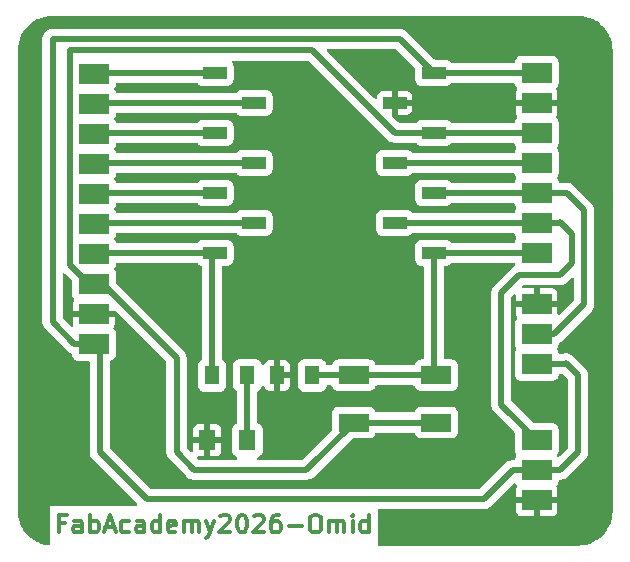
<source format=gbr>
%TF.GenerationSoftware,KiCad,Pcbnew,9.0.7*%
%TF.CreationDate,2026-03-27T12:23:22+02:00*%
%TF.ProjectId,FabAcademy2026EleDesign,46616241-6361-4646-956d-793230323645,rev?*%
%TF.SameCoordinates,Original*%
%TF.FileFunction,Copper,L1,Top*%
%TF.FilePolarity,Positive*%
%FSLAX46Y46*%
G04 Gerber Fmt 4.6, Leading zero omitted, Abs format (unit mm)*
G04 Created by KiCad (PCBNEW 9.0.7) date 2026-03-27 12:23:22*
%MOMM*%
%LPD*%
G01*
G04 APERTURE LIST*
%ADD10C,0.300000*%
%TA.AperFunction,NonConductor*%
%ADD11C,0.300000*%
%TD*%
%TA.AperFunction,SMDPad,CuDef*%
%ADD12R,2.000000X1.000000*%
%TD*%
%TA.AperFunction,SMDPad,CuDef*%
%ADD13R,1.400000X1.700000*%
%TD*%
%TA.AperFunction,SMDPad,CuDef*%
%ADD14R,2.500000X1.700000*%
%TD*%
%TA.AperFunction,SMDPad,CuDef*%
%ADD15R,1.200000X1.600000*%
%TD*%
%TA.AperFunction,SMDPad,CuDef*%
%ADD16R,2.500000X1.500000*%
%TD*%
%TA.AperFunction,Conductor*%
%ADD17C,0.500000*%
%TD*%
G04 APERTURE END LIST*
D10*
D11*
X120054510Y-117515114D02*
X119554510Y-117515114D01*
X119554510Y-118300828D02*
X119554510Y-116800828D01*
X119554510Y-116800828D02*
X120268796Y-116800828D01*
X121483082Y-118300828D02*
X121483082Y-117515114D01*
X121483082Y-117515114D02*
X121411653Y-117372257D01*
X121411653Y-117372257D02*
X121268796Y-117300828D01*
X121268796Y-117300828D02*
X120983082Y-117300828D01*
X120983082Y-117300828D02*
X120840224Y-117372257D01*
X121483082Y-118229400D02*
X121340224Y-118300828D01*
X121340224Y-118300828D02*
X120983082Y-118300828D01*
X120983082Y-118300828D02*
X120840224Y-118229400D01*
X120840224Y-118229400D02*
X120768796Y-118086542D01*
X120768796Y-118086542D02*
X120768796Y-117943685D01*
X120768796Y-117943685D02*
X120840224Y-117800828D01*
X120840224Y-117800828D02*
X120983082Y-117729400D01*
X120983082Y-117729400D02*
X121340224Y-117729400D01*
X121340224Y-117729400D02*
X121483082Y-117657971D01*
X122197367Y-118300828D02*
X122197367Y-116800828D01*
X122197367Y-117372257D02*
X122340225Y-117300828D01*
X122340225Y-117300828D02*
X122625939Y-117300828D01*
X122625939Y-117300828D02*
X122768796Y-117372257D01*
X122768796Y-117372257D02*
X122840225Y-117443685D01*
X122840225Y-117443685D02*
X122911653Y-117586542D01*
X122911653Y-117586542D02*
X122911653Y-118015114D01*
X122911653Y-118015114D02*
X122840225Y-118157971D01*
X122840225Y-118157971D02*
X122768796Y-118229400D01*
X122768796Y-118229400D02*
X122625939Y-118300828D01*
X122625939Y-118300828D02*
X122340225Y-118300828D01*
X122340225Y-118300828D02*
X122197367Y-118229400D01*
X123483082Y-117872257D02*
X124197368Y-117872257D01*
X123340225Y-118300828D02*
X123840225Y-116800828D01*
X123840225Y-116800828D02*
X124340225Y-118300828D01*
X125483082Y-118229400D02*
X125340224Y-118300828D01*
X125340224Y-118300828D02*
X125054510Y-118300828D01*
X125054510Y-118300828D02*
X124911653Y-118229400D01*
X124911653Y-118229400D02*
X124840224Y-118157971D01*
X124840224Y-118157971D02*
X124768796Y-118015114D01*
X124768796Y-118015114D02*
X124768796Y-117586542D01*
X124768796Y-117586542D02*
X124840224Y-117443685D01*
X124840224Y-117443685D02*
X124911653Y-117372257D01*
X124911653Y-117372257D02*
X125054510Y-117300828D01*
X125054510Y-117300828D02*
X125340224Y-117300828D01*
X125340224Y-117300828D02*
X125483082Y-117372257D01*
X126768796Y-118300828D02*
X126768796Y-117515114D01*
X126768796Y-117515114D02*
X126697367Y-117372257D01*
X126697367Y-117372257D02*
X126554510Y-117300828D01*
X126554510Y-117300828D02*
X126268796Y-117300828D01*
X126268796Y-117300828D02*
X126125938Y-117372257D01*
X126768796Y-118229400D02*
X126625938Y-118300828D01*
X126625938Y-118300828D02*
X126268796Y-118300828D01*
X126268796Y-118300828D02*
X126125938Y-118229400D01*
X126125938Y-118229400D02*
X126054510Y-118086542D01*
X126054510Y-118086542D02*
X126054510Y-117943685D01*
X126054510Y-117943685D02*
X126125938Y-117800828D01*
X126125938Y-117800828D02*
X126268796Y-117729400D01*
X126268796Y-117729400D02*
X126625938Y-117729400D01*
X126625938Y-117729400D02*
X126768796Y-117657971D01*
X128125939Y-118300828D02*
X128125939Y-116800828D01*
X128125939Y-118229400D02*
X127983081Y-118300828D01*
X127983081Y-118300828D02*
X127697367Y-118300828D01*
X127697367Y-118300828D02*
X127554510Y-118229400D01*
X127554510Y-118229400D02*
X127483081Y-118157971D01*
X127483081Y-118157971D02*
X127411653Y-118015114D01*
X127411653Y-118015114D02*
X127411653Y-117586542D01*
X127411653Y-117586542D02*
X127483081Y-117443685D01*
X127483081Y-117443685D02*
X127554510Y-117372257D01*
X127554510Y-117372257D02*
X127697367Y-117300828D01*
X127697367Y-117300828D02*
X127983081Y-117300828D01*
X127983081Y-117300828D02*
X128125939Y-117372257D01*
X129411653Y-118229400D02*
X129268796Y-118300828D01*
X129268796Y-118300828D02*
X128983082Y-118300828D01*
X128983082Y-118300828D02*
X128840224Y-118229400D01*
X128840224Y-118229400D02*
X128768796Y-118086542D01*
X128768796Y-118086542D02*
X128768796Y-117515114D01*
X128768796Y-117515114D02*
X128840224Y-117372257D01*
X128840224Y-117372257D02*
X128983082Y-117300828D01*
X128983082Y-117300828D02*
X129268796Y-117300828D01*
X129268796Y-117300828D02*
X129411653Y-117372257D01*
X129411653Y-117372257D02*
X129483082Y-117515114D01*
X129483082Y-117515114D02*
X129483082Y-117657971D01*
X129483082Y-117657971D02*
X128768796Y-117800828D01*
X130125938Y-118300828D02*
X130125938Y-117300828D01*
X130125938Y-117443685D02*
X130197367Y-117372257D01*
X130197367Y-117372257D02*
X130340224Y-117300828D01*
X130340224Y-117300828D02*
X130554510Y-117300828D01*
X130554510Y-117300828D02*
X130697367Y-117372257D01*
X130697367Y-117372257D02*
X130768796Y-117515114D01*
X130768796Y-117515114D02*
X130768796Y-118300828D01*
X130768796Y-117515114D02*
X130840224Y-117372257D01*
X130840224Y-117372257D02*
X130983081Y-117300828D01*
X130983081Y-117300828D02*
X131197367Y-117300828D01*
X131197367Y-117300828D02*
X131340224Y-117372257D01*
X131340224Y-117372257D02*
X131411653Y-117515114D01*
X131411653Y-117515114D02*
X131411653Y-118300828D01*
X131983081Y-117300828D02*
X132340224Y-118300828D01*
X132697367Y-117300828D02*
X132340224Y-118300828D01*
X132340224Y-118300828D02*
X132197367Y-118657971D01*
X132197367Y-118657971D02*
X132125938Y-118729400D01*
X132125938Y-118729400D02*
X131983081Y-118800828D01*
X133197367Y-116943685D02*
X133268795Y-116872257D01*
X133268795Y-116872257D02*
X133411653Y-116800828D01*
X133411653Y-116800828D02*
X133768795Y-116800828D01*
X133768795Y-116800828D02*
X133911653Y-116872257D01*
X133911653Y-116872257D02*
X133983081Y-116943685D01*
X133983081Y-116943685D02*
X134054510Y-117086542D01*
X134054510Y-117086542D02*
X134054510Y-117229400D01*
X134054510Y-117229400D02*
X133983081Y-117443685D01*
X133983081Y-117443685D02*
X133125938Y-118300828D01*
X133125938Y-118300828D02*
X134054510Y-118300828D01*
X134983081Y-116800828D02*
X135125938Y-116800828D01*
X135125938Y-116800828D02*
X135268795Y-116872257D01*
X135268795Y-116872257D02*
X135340224Y-116943685D01*
X135340224Y-116943685D02*
X135411652Y-117086542D01*
X135411652Y-117086542D02*
X135483081Y-117372257D01*
X135483081Y-117372257D02*
X135483081Y-117729400D01*
X135483081Y-117729400D02*
X135411652Y-118015114D01*
X135411652Y-118015114D02*
X135340224Y-118157971D01*
X135340224Y-118157971D02*
X135268795Y-118229400D01*
X135268795Y-118229400D02*
X135125938Y-118300828D01*
X135125938Y-118300828D02*
X134983081Y-118300828D01*
X134983081Y-118300828D02*
X134840224Y-118229400D01*
X134840224Y-118229400D02*
X134768795Y-118157971D01*
X134768795Y-118157971D02*
X134697366Y-118015114D01*
X134697366Y-118015114D02*
X134625938Y-117729400D01*
X134625938Y-117729400D02*
X134625938Y-117372257D01*
X134625938Y-117372257D02*
X134697366Y-117086542D01*
X134697366Y-117086542D02*
X134768795Y-116943685D01*
X134768795Y-116943685D02*
X134840224Y-116872257D01*
X134840224Y-116872257D02*
X134983081Y-116800828D01*
X136054509Y-116943685D02*
X136125937Y-116872257D01*
X136125937Y-116872257D02*
X136268795Y-116800828D01*
X136268795Y-116800828D02*
X136625937Y-116800828D01*
X136625937Y-116800828D02*
X136768795Y-116872257D01*
X136768795Y-116872257D02*
X136840223Y-116943685D01*
X136840223Y-116943685D02*
X136911652Y-117086542D01*
X136911652Y-117086542D02*
X136911652Y-117229400D01*
X136911652Y-117229400D02*
X136840223Y-117443685D01*
X136840223Y-117443685D02*
X135983080Y-118300828D01*
X135983080Y-118300828D02*
X136911652Y-118300828D01*
X138197366Y-116800828D02*
X137911651Y-116800828D01*
X137911651Y-116800828D02*
X137768794Y-116872257D01*
X137768794Y-116872257D02*
X137697366Y-116943685D01*
X137697366Y-116943685D02*
X137554508Y-117157971D01*
X137554508Y-117157971D02*
X137483080Y-117443685D01*
X137483080Y-117443685D02*
X137483080Y-118015114D01*
X137483080Y-118015114D02*
X137554508Y-118157971D01*
X137554508Y-118157971D02*
X137625937Y-118229400D01*
X137625937Y-118229400D02*
X137768794Y-118300828D01*
X137768794Y-118300828D02*
X138054508Y-118300828D01*
X138054508Y-118300828D02*
X138197366Y-118229400D01*
X138197366Y-118229400D02*
X138268794Y-118157971D01*
X138268794Y-118157971D02*
X138340223Y-118015114D01*
X138340223Y-118015114D02*
X138340223Y-117657971D01*
X138340223Y-117657971D02*
X138268794Y-117515114D01*
X138268794Y-117515114D02*
X138197366Y-117443685D01*
X138197366Y-117443685D02*
X138054508Y-117372257D01*
X138054508Y-117372257D02*
X137768794Y-117372257D01*
X137768794Y-117372257D02*
X137625937Y-117443685D01*
X137625937Y-117443685D02*
X137554508Y-117515114D01*
X137554508Y-117515114D02*
X137483080Y-117657971D01*
X138983079Y-117729400D02*
X140125937Y-117729400D01*
X141125937Y-116800828D02*
X141411651Y-116800828D01*
X141411651Y-116800828D02*
X141554508Y-116872257D01*
X141554508Y-116872257D02*
X141697365Y-117015114D01*
X141697365Y-117015114D02*
X141768794Y-117300828D01*
X141768794Y-117300828D02*
X141768794Y-117800828D01*
X141768794Y-117800828D02*
X141697365Y-118086542D01*
X141697365Y-118086542D02*
X141554508Y-118229400D01*
X141554508Y-118229400D02*
X141411651Y-118300828D01*
X141411651Y-118300828D02*
X141125937Y-118300828D01*
X141125937Y-118300828D02*
X140983080Y-118229400D01*
X140983080Y-118229400D02*
X140840222Y-118086542D01*
X140840222Y-118086542D02*
X140768794Y-117800828D01*
X140768794Y-117800828D02*
X140768794Y-117300828D01*
X140768794Y-117300828D02*
X140840222Y-117015114D01*
X140840222Y-117015114D02*
X140983080Y-116872257D01*
X140983080Y-116872257D02*
X141125937Y-116800828D01*
X142411651Y-118300828D02*
X142411651Y-117300828D01*
X142411651Y-117443685D02*
X142483080Y-117372257D01*
X142483080Y-117372257D02*
X142625937Y-117300828D01*
X142625937Y-117300828D02*
X142840223Y-117300828D01*
X142840223Y-117300828D02*
X142983080Y-117372257D01*
X142983080Y-117372257D02*
X143054509Y-117515114D01*
X143054509Y-117515114D02*
X143054509Y-118300828D01*
X143054509Y-117515114D02*
X143125937Y-117372257D01*
X143125937Y-117372257D02*
X143268794Y-117300828D01*
X143268794Y-117300828D02*
X143483080Y-117300828D01*
X143483080Y-117300828D02*
X143625937Y-117372257D01*
X143625937Y-117372257D02*
X143697366Y-117515114D01*
X143697366Y-117515114D02*
X143697366Y-118300828D01*
X144411651Y-118300828D02*
X144411651Y-117300828D01*
X144411651Y-116800828D02*
X144340223Y-116872257D01*
X144340223Y-116872257D02*
X144411651Y-116943685D01*
X144411651Y-116943685D02*
X144483080Y-116872257D01*
X144483080Y-116872257D02*
X144411651Y-116800828D01*
X144411651Y-116800828D02*
X144411651Y-116943685D01*
X145768795Y-118300828D02*
X145768795Y-116800828D01*
X145768795Y-118229400D02*
X145625937Y-118300828D01*
X145625937Y-118300828D02*
X145340223Y-118300828D01*
X145340223Y-118300828D02*
X145197366Y-118229400D01*
X145197366Y-118229400D02*
X145125937Y-118157971D01*
X145125937Y-118157971D02*
X145054509Y-118015114D01*
X145054509Y-118015114D02*
X145054509Y-117586542D01*
X145054509Y-117586542D02*
X145125937Y-117443685D01*
X145125937Y-117443685D02*
X145197366Y-117372257D01*
X145197366Y-117372257D02*
X145340223Y-117300828D01*
X145340223Y-117300828D02*
X145625937Y-117300828D01*
X145625937Y-117300828D02*
X145768795Y-117372257D01*
D12*
%TO.P,M1,1,D0*%
%TO.N,/D0*%
X132730000Y-79380000D03*
%TO.P,M1,2,D1*%
%TO.N,/D1*%
X136030000Y-81920000D03*
%TO.P,M1,3,D2*%
%TO.N,/D2*%
X132730000Y-84460000D03*
%TO.P,M1,4,D3*%
%TO.N,/D3*%
X136030000Y-87000000D03*
%TO.P,M1,5,D4*%
%TO.N,/SDA*%
X132730000Y-89540000D03*
%TO.P,M1,6,D5*%
%TO.N,/SCL*%
X136030000Y-92080000D03*
%TO.P,M1,7,D6*%
%TO.N,/D6*%
X132730000Y-94620000D03*
%TO.P,M1,8,D7*%
%TO.N,/D7*%
X151270000Y-94620000D03*
%TO.P,M1,9,D8*%
%TO.N,/D8*%
X147970000Y-92080000D03*
%TO.P,M1,10,D9*%
%TO.N,/D9*%
X151270000Y-89540000D03*
%TO.P,M1,11,D10*%
%TO.N,/D10*%
X147970000Y-87000000D03*
%TO.P,M1,12,3V3*%
%TO.N,PWR_3V3*%
X151270000Y-84460000D03*
%TO.P,M1,13,GND*%
%TO.N,PWR_GND*%
X147970000Y-81920000D03*
%TO.P,M1,14,5V*%
%TO.N,PWR_5V*%
X151270000Y-79380000D03*
%TD*%
D13*
%TO.P,D1,1,K*%
%TO.N,PWR_GND*%
X132100000Y-110500000D03*
%TO.P,D1,2,A*%
%TO.N,Net-(D1-A)*%
X135500000Y-110500000D03*
%TD*%
D14*
%TO.P,J1,1,Pin_1*%
%TO.N,PWR_5V*%
X160000000Y-79380000D03*
%TO.P,J1,2,Pin_2*%
%TO.N,PWR_GND*%
X160000000Y-81920000D03*
%TO.P,J1,3,Pin_3*%
%TO.N,PWR_3V3*%
X160000000Y-84460000D03*
%TO.P,J1,4,Pin_4*%
%TO.N,/D10*%
X160000000Y-87000000D03*
%TO.P,J1,5,Pin_5*%
%TO.N,/D9*%
X160000000Y-89540000D03*
%TO.P,J1,6,Pin_6*%
%TO.N,/D8*%
X160000000Y-92080000D03*
%TO.P,J1,7,Pin_7*%
%TO.N,/D7*%
X160000000Y-94620000D03*
%TD*%
D15*
%TO.P,R1,1*%
%TO.N,/D6*%
X132500000Y-105000000D03*
%TO.P,R1,2*%
%TO.N,Net-(D1-A)*%
X135500000Y-105000000D03*
%TD*%
D14*
%TO.P,J3,1,Pin_1*%
%TO.N,/D8*%
X160000000Y-110500000D03*
%TO.P,J3,2,Pin_2*%
%TO.N,PWR_5V*%
X160000000Y-113040000D03*
%TO.P,J3,3,Pin_3*%
%TO.N,PWR_GND*%
X160000000Y-115580000D03*
%TD*%
%TO.P,J5,1,Pin_1*%
%TO.N,/D2*%
X122500000Y-84540000D03*
%TO.P,J5,2,Pin_2*%
%TO.N,/D1*%
X122500000Y-82000000D03*
%TO.P,J5,3,Pin_3*%
%TO.N,/D0*%
X122500000Y-79460000D03*
%TD*%
%TO.P,J2,1,Pin_1*%
%TO.N,PWR_GND*%
X160000000Y-98960000D03*
%TO.P,J2,2,Pin_2*%
%TO.N,/D9*%
X160000000Y-101500000D03*
%TO.P,J2,3,Pin_3*%
%TO.N,PWR_5V*%
X160000000Y-104040000D03*
%TD*%
D16*
%TO.P,SW1,1,1*%
%TO.N,/D7*%
X144500000Y-105000000D03*
X151500000Y-105000000D03*
%TO.P,SW1,2,2*%
%TO.N,PWR_3V3*%
X144500000Y-109000000D03*
X151500000Y-109000000D03*
%TD*%
D15*
%TO.P,R2,1*%
%TO.N,/D7*%
X141000000Y-105000000D03*
%TO.P,R2,2*%
%TO.N,PWR_GND*%
X138000000Y-105000000D03*
%TD*%
D14*
%TO.P,J4,1,Pin_1*%
%TO.N,PWR_5V*%
X122500000Y-102320000D03*
%TO.P,J4,2,Pin_2*%
%TO.N,PWR_GND*%
X122500000Y-99780000D03*
%TO.P,J4,3,Pin_3*%
%TO.N,PWR_3V3*%
X122500000Y-97240000D03*
%TO.P,J4,4,Pin_4*%
%TO.N,/D6*%
X122500000Y-94700000D03*
%TO.P,J4,5,Pin_5*%
%TO.N,/SCL*%
X122500000Y-92160000D03*
%TO.P,J4,6,Pin_6*%
%TO.N,/SDA*%
X122500000Y-89620000D03*
%TO.P,J4,7,Pin_7*%
%TO.N,/D3*%
X122500000Y-87080000D03*
%TD*%
D17*
%TO.N,Net-(D1-A)*%
X135500000Y-105000000D02*
X135500000Y-110500000D01*
%TO.N,PWR_5V*%
X162500000Y-104000000D02*
X163500000Y-105000000D01*
X123000000Y-111500000D02*
X123000000Y-102640000D01*
X127000000Y-115500000D02*
X123000000Y-111500000D01*
X123000000Y-102640000D02*
X123320000Y-102320000D01*
X162460000Y-104040000D02*
X162500000Y-104000000D01*
X120820000Y-102320000D02*
X119000000Y-100500000D01*
X119000000Y-76500000D02*
X119000000Y-100500000D01*
X160000000Y-104040000D02*
X162460000Y-104040000D01*
X160040000Y-113000000D02*
X160000000Y-113040000D01*
X157960000Y-113040000D02*
X155500000Y-115500000D01*
X122500000Y-102320000D02*
X120820000Y-102320000D01*
X162000000Y-113000000D02*
X160040000Y-113000000D01*
X155500000Y-115500000D02*
X127000000Y-115500000D01*
X163500000Y-105000000D02*
X163500000Y-111500000D01*
X160000000Y-113040000D02*
X157960000Y-113040000D01*
X151270000Y-79380000D02*
X148390000Y-76500000D01*
X148390000Y-76500000D02*
X119000000Y-76500000D01*
X123320000Y-102320000D02*
X122500000Y-102320000D01*
X160000000Y-79380000D02*
X151270000Y-79380000D01*
X163500000Y-111500000D02*
X162000000Y-113000000D01*
%TO.N,/D10*%
X160000000Y-87000000D02*
X147970000Y-87000000D01*
%TO.N,PWR_3V3*%
X141000000Y-77500000D02*
X120500000Y-77500000D01*
X131000000Y-113000000D02*
X140500000Y-113000000D01*
X120500000Y-95640000D02*
X122100000Y-97240000D01*
X122100000Y-97240000D02*
X122500000Y-97240000D01*
X140500000Y-113000000D02*
X144500000Y-109000000D01*
X122500000Y-97240000D02*
X123240000Y-97240000D01*
X151270000Y-84460000D02*
X147960000Y-84460000D01*
X129500000Y-103500000D02*
X129500000Y-111500000D01*
X160000000Y-84460000D02*
X151270000Y-84460000D01*
X123240000Y-97240000D02*
X129500000Y-103500000D01*
X120500000Y-77500000D02*
X120500000Y-95640000D01*
X147960000Y-84460000D02*
X141000000Y-77500000D01*
X151500000Y-109000000D02*
X144500000Y-109000000D01*
X129500000Y-111500000D02*
X131000000Y-113000000D01*
%TO.N,/D8*%
X157000000Y-107500000D02*
X160000000Y-110500000D01*
X162000000Y-92000000D02*
X163000000Y-93000000D01*
X163000000Y-95500000D02*
X162000000Y-96500000D01*
X161920000Y-92080000D02*
X162000000Y-92000000D01*
X162000000Y-96500000D02*
X158500000Y-96500000D01*
X157000000Y-98000000D02*
X157000000Y-107500000D01*
X160000000Y-92080000D02*
X161920000Y-92080000D01*
X160000000Y-92080000D02*
X147970000Y-92080000D01*
X158500000Y-96500000D02*
X157000000Y-98000000D01*
X163000000Y-93000000D02*
X163000000Y-95500000D01*
%TO.N,/D9*%
X160000000Y-89540000D02*
X162540000Y-89540000D01*
X161500000Y-101500000D02*
X160000000Y-101500000D01*
X160000000Y-89540000D02*
X160040000Y-89500000D01*
X164000000Y-91000000D02*
X164000000Y-99000000D01*
X162540000Y-89540000D02*
X164000000Y-91000000D01*
X164000000Y-99000000D02*
X161500000Y-101500000D01*
X160000000Y-89540000D02*
X151270000Y-89540000D01*
%TO.N,/D7*%
X144500000Y-105000000D02*
X141000000Y-105000000D01*
X160000000Y-94620000D02*
X151270000Y-94620000D01*
X151270000Y-104770000D02*
X151500000Y-105000000D01*
X151270000Y-94620000D02*
X151270000Y-104770000D01*
X151500000Y-105000000D02*
X144500000Y-105000000D01*
%TO.N,/D6*%
X132730000Y-94620000D02*
X122580000Y-94620000D01*
X132500000Y-94850000D02*
X132730000Y-94620000D01*
X122580000Y-94620000D02*
X122500000Y-94700000D01*
X132500000Y-105000000D02*
X132500000Y-94850000D01*
%TO.N,/SDA*%
X122580000Y-89540000D02*
X122500000Y-89620000D01*
X132730000Y-89540000D02*
X122580000Y-89540000D01*
%TO.N,/SCL*%
X122580000Y-92080000D02*
X122500000Y-92160000D01*
X136030000Y-92080000D02*
X122580000Y-92080000D01*
%TO.N,/D3*%
X122920000Y-87000000D02*
X122500000Y-87420000D01*
X136030000Y-87000000D02*
X122920000Y-87000000D01*
%TO.N,/D0*%
X132730000Y-79380000D02*
X122580000Y-79380000D01*
X122580000Y-79380000D02*
X122500000Y-79460000D01*
%TO.N,/D2*%
X122580000Y-84460000D02*
X122500000Y-84540000D01*
X132730000Y-84460000D02*
X122580000Y-84460000D01*
%TO.N,/D1*%
X136030000Y-81920000D02*
X122580000Y-81920000D01*
X122580000Y-81920000D02*
X122500000Y-82000000D01*
%TD*%
%TA.AperFunction,Conductor*%
%TO.N,PWR_GND*%
G36*
X163503471Y-74576895D02*
G01*
X163542276Y-74579074D01*
X163820362Y-74594691D01*
X163834161Y-74596245D01*
X164143627Y-74648826D01*
X164157184Y-74651920D01*
X164458816Y-74738819D01*
X164471941Y-74743412D01*
X164523248Y-74764664D01*
X164761944Y-74863535D01*
X164774458Y-74869561D01*
X164989560Y-74988444D01*
X165049193Y-75021402D01*
X165060967Y-75028800D01*
X165316977Y-75210448D01*
X165327845Y-75219116D01*
X165561892Y-75428275D01*
X165571724Y-75438107D01*
X165780883Y-75672154D01*
X165789554Y-75683026D01*
X165971199Y-75939032D01*
X165978597Y-75950806D01*
X166130434Y-76225534D01*
X166136467Y-76238062D01*
X166256587Y-76528058D01*
X166261180Y-76541183D01*
X166348079Y-76842815D01*
X166351173Y-76856372D01*
X166403752Y-77165827D01*
X166405309Y-77179645D01*
X166423105Y-77496527D01*
X166423300Y-77503480D01*
X166423300Y-116496519D01*
X166423105Y-116503472D01*
X166405309Y-116820354D01*
X166403752Y-116834172D01*
X166351173Y-117143627D01*
X166348079Y-117157184D01*
X166261180Y-117458816D01*
X166256587Y-117471941D01*
X166136467Y-117761937D01*
X166130434Y-117774465D01*
X165978597Y-118049193D01*
X165971199Y-118060967D01*
X165789554Y-118316973D01*
X165780883Y-118327845D01*
X165571724Y-118561892D01*
X165561892Y-118571724D01*
X165327845Y-118780883D01*
X165316973Y-118789554D01*
X165060967Y-118971199D01*
X165049193Y-118978597D01*
X164774465Y-119130434D01*
X164761937Y-119136467D01*
X164471941Y-119256587D01*
X164458816Y-119261180D01*
X164157184Y-119348079D01*
X164143627Y-119351173D01*
X163834172Y-119403752D01*
X163820354Y-119405309D01*
X163503472Y-119423105D01*
X163496519Y-119423300D01*
X146650020Y-119423300D01*
X146582981Y-119403615D01*
X146537226Y-119350811D01*
X146526020Y-119299300D01*
X146526020Y-116477844D01*
X158250000Y-116477844D01*
X158256401Y-116537372D01*
X158256403Y-116537379D01*
X158306645Y-116672086D01*
X158306649Y-116672093D01*
X158392809Y-116787187D01*
X158392812Y-116787190D01*
X158507906Y-116873350D01*
X158507913Y-116873354D01*
X158642620Y-116923596D01*
X158642627Y-116923598D01*
X158702155Y-116929999D01*
X158702172Y-116930000D01*
X159750000Y-116930000D01*
X160250000Y-116930000D01*
X161297828Y-116930000D01*
X161297844Y-116929999D01*
X161357372Y-116923598D01*
X161357379Y-116923596D01*
X161492086Y-116873354D01*
X161492093Y-116873350D01*
X161607187Y-116787190D01*
X161607190Y-116787187D01*
X161693350Y-116672093D01*
X161693354Y-116672086D01*
X161743596Y-116537379D01*
X161743598Y-116537372D01*
X161749999Y-116477844D01*
X161750000Y-116477827D01*
X161750000Y-115830000D01*
X160250000Y-115830000D01*
X160250000Y-116930000D01*
X159750000Y-116930000D01*
X159750000Y-115830000D01*
X158250000Y-115830000D01*
X158250000Y-116477844D01*
X146526020Y-116477844D01*
X146526020Y-116474500D01*
X146545705Y-116407461D01*
X146598509Y-116361706D01*
X146650020Y-116350500D01*
X155583768Y-116350500D01*
X155583769Y-116350499D01*
X155638538Y-116339605D01*
X155748074Y-116317818D01*
X155748078Y-116317816D01*
X155748082Y-116317816D01*
X155793415Y-116299037D01*
X155902863Y-116253704D01*
X156042162Y-116160627D01*
X158032312Y-114170474D01*
X158047499Y-114162181D01*
X158059631Y-114149840D01*
X158077527Y-114145785D01*
X158093633Y-114136991D01*
X158110894Y-114138225D01*
X158127774Y-114134401D01*
X158145022Y-114140666D01*
X158163324Y-114141975D01*
X158177422Y-114152434D01*
X158193446Y-114158255D01*
X158209622Y-114176323D01*
X158218616Y-114182996D01*
X158224684Y-114190958D01*
X158225464Y-114192841D01*
X158321402Y-114317870D01*
X158333782Y-114350213D01*
X158346347Y-114382713D01*
X158346303Y-114382923D01*
X158346380Y-114383122D01*
X158339304Y-114417049D01*
X158332309Y-114451158D01*
X158332133Y-114451434D01*
X158332116Y-114451520D01*
X158332012Y-114451625D01*
X158322045Y-114467340D01*
X158306649Y-114487907D01*
X158306645Y-114487913D01*
X158256403Y-114622620D01*
X158256401Y-114622627D01*
X158250000Y-114682155D01*
X158250000Y-115330000D01*
X161750000Y-115330000D01*
X161750000Y-114682172D01*
X161749999Y-114682155D01*
X161743598Y-114622627D01*
X161743597Y-114622623D01*
X161693352Y-114487911D01*
X161693349Y-114487907D01*
X161677955Y-114467342D01*
X161653538Y-114401878D01*
X161668390Y-114333605D01*
X161678837Y-114317558D01*
X161774536Y-114192841D01*
X161835044Y-114046762D01*
X161846688Y-113958314D01*
X161874954Y-113894418D01*
X161933279Y-113855947D01*
X161969627Y-113850500D01*
X162083768Y-113850500D01*
X162083769Y-113850499D01*
X162248082Y-113817816D01*
X162306293Y-113793704D01*
X162402863Y-113753704D01*
X162542162Y-113660627D01*
X164160626Y-112042162D01*
X164253703Y-111902863D01*
X164260208Y-111887159D01*
X164317816Y-111748082D01*
X164350500Y-111583767D01*
X164350500Y-104916233D01*
X164317816Y-104751918D01*
X164290608Y-104686233D01*
X164253704Y-104597138D01*
X164160627Y-104457838D01*
X164160624Y-104457834D01*
X163042165Y-103339375D01*
X163042161Y-103339372D01*
X162902866Y-103246297D01*
X162902863Y-103246296D01*
X162813693Y-103209361D01*
X162748082Y-103182184D01*
X162748074Y-103182182D01*
X162583771Y-103149500D01*
X162583767Y-103149500D01*
X162416233Y-103149500D01*
X162416229Y-103149500D01*
X162251925Y-103182182D01*
X162246084Y-103183954D01*
X162245962Y-103183553D01*
X162244525Y-103184477D01*
X162209590Y-103189500D01*
X161964361Y-103189500D01*
X161897322Y-103169815D01*
X161851567Y-103117011D01*
X161841422Y-103081683D01*
X161835046Y-103033246D01*
X161835044Y-103033239D01*
X161835044Y-103033238D01*
X161774538Y-102887163D01*
X161774538Y-102887162D01*
X161774534Y-102887157D01*
X161742558Y-102845485D01*
X161717365Y-102780318D01*
X161731403Y-102711873D01*
X161742555Y-102694518D01*
X161774536Y-102652841D01*
X161835044Y-102506762D01*
X161850500Y-102389361D01*
X161850499Y-102354971D01*
X161870182Y-102287934D01*
X161905609Y-102251869D01*
X162042162Y-102160627D01*
X164660627Y-99542162D01*
X164753704Y-99402863D01*
X164817816Y-99248081D01*
X164850500Y-99083767D01*
X164850500Y-98916233D01*
X164850500Y-90916233D01*
X164817816Y-90751918D01*
X164793345Y-90692841D01*
X164753704Y-90597137D01*
X164753701Y-90597132D01*
X164753700Y-90597130D01*
X164660627Y-90457838D01*
X164660624Y-90457834D01*
X163082165Y-88879375D01*
X163082161Y-88879372D01*
X162942866Y-88786297D01*
X162942863Y-88786296D01*
X162833416Y-88740962D01*
X162833414Y-88740961D01*
X162788086Y-88722185D01*
X162788074Y-88722182D01*
X162623771Y-88689500D01*
X162623767Y-88689500D01*
X161964361Y-88689500D01*
X161897322Y-88669815D01*
X161851567Y-88617011D01*
X161841422Y-88581683D01*
X161835046Y-88533246D01*
X161835044Y-88533239D01*
X161835044Y-88533238D01*
X161804790Y-88460198D01*
X161774538Y-88387163D01*
X161774538Y-88387162D01*
X161774534Y-88387157D01*
X161742558Y-88345485D01*
X161717365Y-88280318D01*
X161731403Y-88211873D01*
X161742555Y-88194518D01*
X161774536Y-88152841D01*
X161835044Y-88006762D01*
X161850500Y-87889361D01*
X161850499Y-86110640D01*
X161850499Y-86110639D01*
X161850499Y-86110636D01*
X161835046Y-85993246D01*
X161835044Y-85993239D01*
X161835044Y-85993238D01*
X161804790Y-85920198D01*
X161774538Y-85847163D01*
X161774538Y-85847162D01*
X161774534Y-85847157D01*
X161742558Y-85805485D01*
X161717365Y-85740318D01*
X161731403Y-85671873D01*
X161742555Y-85654518D01*
X161774536Y-85612841D01*
X161835044Y-85466762D01*
X161850500Y-85349361D01*
X161850499Y-83570640D01*
X161850499Y-83570639D01*
X161850499Y-83570636D01*
X161835046Y-83453246D01*
X161835044Y-83453239D01*
X161835044Y-83453238D01*
X161774536Y-83307159D01*
X161774535Y-83307158D01*
X161774535Y-83307157D01*
X161678846Y-83182453D01*
X161653652Y-83117284D01*
X161667690Y-83048839D01*
X161677957Y-83032653D01*
X161693352Y-83012089D01*
X161743597Y-82877376D01*
X161743598Y-82877372D01*
X161749999Y-82817844D01*
X161750000Y-82817827D01*
X161750000Y-82170000D01*
X158250000Y-82170000D01*
X158250000Y-82817844D01*
X158256401Y-82877372D01*
X158256402Y-82877376D01*
X158306649Y-83012093D01*
X158322044Y-83032658D01*
X158346461Y-83098122D01*
X158331609Y-83166395D01*
X158321153Y-83182454D01*
X158225464Y-83307157D01*
X158164956Y-83453237D01*
X158164955Y-83453239D01*
X158158578Y-83501685D01*
X158130312Y-83565582D01*
X158071987Y-83604053D01*
X158035639Y-83609500D01*
X152819116Y-83609500D01*
X152752077Y-83589815D01*
X152720742Y-83560989D01*
X152698282Y-83531718D01*
X152572841Y-83435464D01*
X152426762Y-83374956D01*
X152426760Y-83374955D01*
X152309370Y-83359501D01*
X152309367Y-83359500D01*
X152309361Y-83359500D01*
X152309354Y-83359500D01*
X150230636Y-83359500D01*
X150113246Y-83374953D01*
X150113237Y-83374956D01*
X149967160Y-83435463D01*
X149943995Y-83453238D01*
X149841718Y-83531718D01*
X149819258Y-83560988D01*
X149762832Y-83602189D01*
X149720884Y-83609500D01*
X148363650Y-83609500D01*
X148296611Y-83589815D01*
X148275969Y-83573181D01*
X147756319Y-83053531D01*
X147722834Y-82992208D01*
X147720000Y-82965850D01*
X147720000Y-82920000D01*
X148220000Y-82920000D01*
X149017828Y-82920000D01*
X149017844Y-82919999D01*
X149077372Y-82913598D01*
X149077379Y-82913596D01*
X149212086Y-82863354D01*
X149212093Y-82863350D01*
X149327187Y-82777190D01*
X149327190Y-82777187D01*
X149413350Y-82662093D01*
X149413354Y-82662086D01*
X149463596Y-82527379D01*
X149463598Y-82527372D01*
X149469999Y-82467844D01*
X149470000Y-82467827D01*
X149470000Y-82170000D01*
X148220000Y-82170000D01*
X148220000Y-82920000D01*
X147720000Y-82920000D01*
X147720000Y-81670000D01*
X148220000Y-81670000D01*
X149470000Y-81670000D01*
X149470000Y-81372172D01*
X149469999Y-81372155D01*
X149463598Y-81312627D01*
X149463596Y-81312620D01*
X149413354Y-81177913D01*
X149413350Y-81177906D01*
X149327190Y-81062812D01*
X149327187Y-81062809D01*
X149212093Y-80976649D01*
X149212086Y-80976645D01*
X149077379Y-80926403D01*
X149077372Y-80926401D01*
X149017844Y-80920000D01*
X148220000Y-80920000D01*
X148220000Y-81670000D01*
X147720000Y-81670000D01*
X147720000Y-80920000D01*
X146922155Y-80920000D01*
X146862627Y-80926401D01*
X146862620Y-80926403D01*
X146727913Y-80976645D01*
X146727906Y-80976649D01*
X146612812Y-81062809D01*
X146612809Y-81062812D01*
X146526649Y-81177906D01*
X146526645Y-81177913D01*
X146476403Y-81312620D01*
X146476401Y-81312627D01*
X146470000Y-81372155D01*
X146470000Y-81467849D01*
X146450315Y-81534888D01*
X146397511Y-81580643D01*
X146328353Y-81590587D01*
X146264797Y-81561562D01*
X146258319Y-81555530D01*
X142264970Y-77562181D01*
X142231485Y-77500858D01*
X142236469Y-77431166D01*
X142278341Y-77375233D01*
X142343805Y-77350816D01*
X142352651Y-77350500D01*
X147986349Y-77350500D01*
X148053388Y-77370185D01*
X148074030Y-77386819D01*
X149633181Y-78945969D01*
X149666666Y-79007292D01*
X149669500Y-79033650D01*
X149669500Y-79919363D01*
X149684953Y-80036753D01*
X149684956Y-80036762D01*
X149745464Y-80182841D01*
X149841718Y-80308282D01*
X149967159Y-80404536D01*
X150113238Y-80465044D01*
X150230639Y-80480500D01*
X152309360Y-80480499D01*
X152309363Y-80480499D01*
X152426753Y-80465046D01*
X152426757Y-80465044D01*
X152426762Y-80465044D01*
X152572841Y-80404536D01*
X152698282Y-80308282D01*
X152720741Y-80279011D01*
X152777168Y-80237811D01*
X152819116Y-80230500D01*
X158035639Y-80230500D01*
X158102678Y-80250185D01*
X158148433Y-80302989D01*
X158158578Y-80338317D01*
X158164953Y-80386753D01*
X158164956Y-80386762D01*
X158197381Y-80465044D01*
X158225464Y-80532841D01*
X158321154Y-80657547D01*
X158346347Y-80722713D01*
X158332309Y-80791158D01*
X158322045Y-80807340D01*
X158306649Y-80827907D01*
X158306645Y-80827913D01*
X158256403Y-80962620D01*
X158256401Y-80962627D01*
X158250000Y-81022155D01*
X158250000Y-81670000D01*
X161750000Y-81670000D01*
X161750000Y-81022172D01*
X161749999Y-81022155D01*
X161743598Y-80962627D01*
X161743597Y-80962623D01*
X161693352Y-80827911D01*
X161693349Y-80827907D01*
X161677955Y-80807342D01*
X161653538Y-80741878D01*
X161668390Y-80673605D01*
X161678837Y-80657558D01*
X161774536Y-80532841D01*
X161835044Y-80386762D01*
X161850500Y-80269361D01*
X161850499Y-78490640D01*
X161850499Y-78490639D01*
X161850499Y-78490636D01*
X161835046Y-78373246D01*
X161835044Y-78373239D01*
X161835044Y-78373238D01*
X161774536Y-78227159D01*
X161678282Y-78101718D01*
X161552841Y-78005464D01*
X161406762Y-77944956D01*
X161406760Y-77944955D01*
X161289370Y-77929501D01*
X161289367Y-77929500D01*
X161289361Y-77929500D01*
X161289354Y-77929500D01*
X158710636Y-77929500D01*
X158593246Y-77944953D01*
X158593237Y-77944956D01*
X158447160Y-78005463D01*
X158321718Y-78101718D01*
X158225463Y-78227160D01*
X158164956Y-78373237D01*
X158164955Y-78373239D01*
X158158578Y-78421685D01*
X158130312Y-78485582D01*
X158071987Y-78524053D01*
X158035639Y-78529500D01*
X152819116Y-78529500D01*
X152752077Y-78509815D01*
X152720742Y-78480989D01*
X152698282Y-78451718D01*
X152572841Y-78355464D01*
X152426762Y-78294956D01*
X152426760Y-78294955D01*
X152309370Y-78279501D01*
X152309367Y-78279500D01*
X152309361Y-78279500D01*
X152309354Y-78279500D01*
X151423650Y-78279500D01*
X151356611Y-78259815D01*
X151335969Y-78243181D01*
X148932165Y-75839375D01*
X148932161Y-75839372D01*
X148792866Y-75746297D01*
X148792863Y-75746296D01*
X148683416Y-75700962D01*
X148683414Y-75700961D01*
X148638086Y-75682185D01*
X148638074Y-75682182D01*
X148473771Y-75649500D01*
X148473767Y-75649500D01*
X119083767Y-75649500D01*
X118916233Y-75649500D01*
X118916228Y-75649500D01*
X118751925Y-75682182D01*
X118751917Y-75682184D01*
X118597139Y-75746295D01*
X118457837Y-75839373D01*
X118339373Y-75957837D01*
X118246295Y-76097139D01*
X118182184Y-76251917D01*
X118182182Y-76251925D01*
X118149500Y-76416228D01*
X118149500Y-100583771D01*
X118182181Y-100748073D01*
X118182184Y-100748082D01*
X118246296Y-100902863D01*
X118246297Y-100902866D01*
X118339372Y-101042161D01*
X118339375Y-101042165D01*
X120277834Y-102980624D01*
X120277838Y-102980627D01*
X120417137Y-103073704D01*
X120417139Y-103073705D01*
X120417143Y-103073707D01*
X120526510Y-103119007D01*
X120526514Y-103119008D01*
X120526584Y-103119037D01*
X120571918Y-103137816D01*
X120572066Y-103137845D01*
X120577801Y-103140217D01*
X120600436Y-103158436D01*
X120624761Y-103174341D01*
X120627329Y-103180084D01*
X120632229Y-103184028D01*
X120641419Y-103211590D01*
X120653286Y-103238123D01*
X120653352Y-103238621D01*
X120664954Y-103326753D01*
X120664956Y-103326760D01*
X120664956Y-103326762D01*
X120725464Y-103472841D01*
X120821718Y-103598282D01*
X120947159Y-103694536D01*
X121093238Y-103755044D01*
X121210639Y-103770500D01*
X122025500Y-103770499D01*
X122092539Y-103790183D01*
X122138294Y-103842987D01*
X122149500Y-103894499D01*
X122149500Y-111583771D01*
X122182182Y-111748074D01*
X122182185Y-111748086D01*
X122200961Y-111793414D01*
X122200962Y-111793416D01*
X122246296Y-111902863D01*
X122246297Y-111902866D01*
X122339372Y-112042161D01*
X122339375Y-112042165D01*
X126129134Y-115831922D01*
X126162619Y-115893245D01*
X126157635Y-115962937D01*
X126115763Y-116018870D01*
X126050299Y-116043287D01*
X126041453Y-116043603D01*
X118799010Y-116043603D01*
X118799010Y-119279535D01*
X118779325Y-119346574D01*
X118726521Y-119392329D01*
X118657363Y-119402273D01*
X118654239Y-119401783D01*
X118356372Y-119351173D01*
X118342815Y-119348079D01*
X118041183Y-119261180D01*
X118028058Y-119256587D01*
X117738062Y-119136467D01*
X117725534Y-119130434D01*
X117450806Y-118978597D01*
X117439032Y-118971199D01*
X117183026Y-118789554D01*
X117172154Y-118780883D01*
X116938107Y-118571724D01*
X116928275Y-118561892D01*
X116719116Y-118327845D01*
X116710445Y-118316973D01*
X116528800Y-118060967D01*
X116521402Y-118049193D01*
X116488444Y-117989560D01*
X116369561Y-117774458D01*
X116363535Y-117761944D01*
X116243412Y-117471941D01*
X116238819Y-117458816D01*
X116151920Y-117157184D01*
X116148826Y-117143627D01*
X116112529Y-116929999D01*
X116096245Y-116834161D01*
X116094691Y-116820362D01*
X116076895Y-116503471D01*
X116076700Y-116496519D01*
X116076700Y-77503480D01*
X116076895Y-77496528D01*
X116085078Y-77350816D01*
X116094691Y-77179635D01*
X116096245Y-77165840D01*
X116148826Y-76856367D01*
X116151920Y-76842815D01*
X116238819Y-76541183D01*
X116243412Y-76528058D01*
X116363538Y-76238048D01*
X116369558Y-76225548D01*
X116521405Y-75950800D01*
X116528800Y-75939032D01*
X116710454Y-75683013D01*
X116719105Y-75672166D01*
X116928276Y-75438105D01*
X116938107Y-75428275D01*
X117172166Y-75219105D01*
X117183013Y-75210454D01*
X117439037Y-75028796D01*
X117450800Y-75021405D01*
X117725548Y-74869558D01*
X117738048Y-74863538D01*
X118028062Y-74743410D01*
X118041179Y-74738820D01*
X118342821Y-74651918D01*
X118356367Y-74648826D01*
X118665840Y-74596245D01*
X118679635Y-74594691D01*
X118961023Y-74578888D01*
X118996529Y-74576895D01*
X119003481Y-74576700D01*
X119024921Y-74576700D01*
X163475079Y-74576700D01*
X163496519Y-74576700D01*
X163503471Y-74576895D01*
G37*
%TD.AperFunction*%
%TA.AperFunction,Conductor*%
G36*
X140663388Y-78370185D02*
G01*
X140684030Y-78386819D01*
X147299374Y-85002162D01*
X147417838Y-85120626D01*
X147557137Y-85213703D01*
X147711918Y-85277816D01*
X147876228Y-85310499D01*
X147876232Y-85310500D01*
X147876233Y-85310500D01*
X149720884Y-85310500D01*
X149787923Y-85330185D01*
X149819257Y-85359010D01*
X149841718Y-85388282D01*
X149967159Y-85484536D01*
X150113238Y-85545044D01*
X150230639Y-85560500D01*
X152309360Y-85560499D01*
X152309363Y-85560499D01*
X152426753Y-85545046D01*
X152426757Y-85545044D01*
X152426762Y-85545044D01*
X152572841Y-85484536D01*
X152698282Y-85388282D01*
X152720741Y-85359011D01*
X152777168Y-85317811D01*
X152819116Y-85310500D01*
X158035639Y-85310500D01*
X158102678Y-85330185D01*
X158148433Y-85382989D01*
X158158578Y-85418317D01*
X158164953Y-85466753D01*
X158164956Y-85466762D01*
X158225464Y-85612842D01*
X158257440Y-85654514D01*
X158282634Y-85719684D01*
X158268595Y-85788128D01*
X158257440Y-85805486D01*
X158225464Y-85847157D01*
X158164956Y-85993237D01*
X158164955Y-85993239D01*
X158158578Y-86041685D01*
X158130312Y-86105582D01*
X158071987Y-86144053D01*
X158035639Y-86149500D01*
X149519116Y-86149500D01*
X149452077Y-86129815D01*
X149420742Y-86100989D01*
X149398282Y-86071718D01*
X149272841Y-85975464D01*
X149126762Y-85914956D01*
X149126760Y-85914955D01*
X149009370Y-85899501D01*
X149009367Y-85899500D01*
X149009361Y-85899500D01*
X149009354Y-85899500D01*
X146930636Y-85899500D01*
X146813246Y-85914953D01*
X146813237Y-85914956D01*
X146667160Y-85975463D01*
X146541718Y-86071718D01*
X146445463Y-86197160D01*
X146384956Y-86343237D01*
X146384955Y-86343239D01*
X146369501Y-86460629D01*
X146369501Y-86460636D01*
X146369500Y-86460645D01*
X146369500Y-87539363D01*
X146384953Y-87656753D01*
X146384956Y-87656762D01*
X146445464Y-87802841D01*
X146541718Y-87928282D01*
X146667159Y-88024536D01*
X146813238Y-88085044D01*
X146930639Y-88100500D01*
X149009360Y-88100499D01*
X149009363Y-88100499D01*
X149126753Y-88085046D01*
X149126757Y-88085044D01*
X149126762Y-88085044D01*
X149272841Y-88024536D01*
X149398282Y-87928282D01*
X149420741Y-87899011D01*
X149477168Y-87857811D01*
X149519116Y-87850500D01*
X158035639Y-87850500D01*
X158102678Y-87870185D01*
X158148433Y-87922989D01*
X158158578Y-87958317D01*
X158164953Y-88006753D01*
X158164956Y-88006762D01*
X158225464Y-88152842D01*
X158257440Y-88194514D01*
X158282634Y-88259684D01*
X158268595Y-88328128D01*
X158257440Y-88345486D01*
X158225464Y-88387157D01*
X158164956Y-88533237D01*
X158164955Y-88533239D01*
X158158578Y-88581685D01*
X158130312Y-88645582D01*
X158071987Y-88684053D01*
X158035639Y-88689500D01*
X152819116Y-88689500D01*
X152752077Y-88669815D01*
X152720742Y-88640989D01*
X152698282Y-88611718D01*
X152572841Y-88515464D01*
X152426762Y-88454956D01*
X152426760Y-88454955D01*
X152309370Y-88439501D01*
X152309367Y-88439500D01*
X152309361Y-88439500D01*
X152309354Y-88439500D01*
X150230636Y-88439500D01*
X150113246Y-88454953D01*
X150113237Y-88454956D01*
X149967160Y-88515463D01*
X149841718Y-88611718D01*
X149745463Y-88737160D01*
X149725110Y-88786297D01*
X149684956Y-88883238D01*
X149669501Y-89000636D01*
X149669500Y-89000645D01*
X149669500Y-90079363D01*
X149684953Y-90196753D01*
X149684956Y-90196762D01*
X149745464Y-90342841D01*
X149841718Y-90468282D01*
X149967159Y-90564536D01*
X150113238Y-90625044D01*
X150230639Y-90640500D01*
X152309360Y-90640499D01*
X152309363Y-90640499D01*
X152426753Y-90625046D01*
X152426757Y-90625044D01*
X152426762Y-90625044D01*
X152572841Y-90564536D01*
X152698282Y-90468282D01*
X152720741Y-90439011D01*
X152777168Y-90397811D01*
X152819116Y-90390500D01*
X158035639Y-90390500D01*
X158102678Y-90410185D01*
X158148433Y-90462989D01*
X158158578Y-90498317D01*
X158164953Y-90546753D01*
X158164956Y-90546762D01*
X158225464Y-90692842D01*
X158257440Y-90734514D01*
X158282634Y-90799684D01*
X158268595Y-90868128D01*
X158257440Y-90885486D01*
X158225464Y-90927157D01*
X158164956Y-91073237D01*
X158164955Y-91073239D01*
X158158578Y-91121685D01*
X158130312Y-91185582D01*
X158071987Y-91224053D01*
X158035639Y-91229500D01*
X149519116Y-91229500D01*
X149452077Y-91209815D01*
X149420742Y-91180989D01*
X149398282Y-91151718D01*
X149272841Y-91055464D01*
X149126762Y-90994956D01*
X149126760Y-90994955D01*
X149009370Y-90979501D01*
X149009367Y-90979500D01*
X149009361Y-90979500D01*
X149009354Y-90979500D01*
X146930636Y-90979500D01*
X146813246Y-90994953D01*
X146813237Y-90994956D01*
X146667160Y-91055463D01*
X146541718Y-91151718D01*
X146445463Y-91277160D01*
X146384956Y-91423237D01*
X146384955Y-91423239D01*
X146369501Y-91540629D01*
X146369501Y-91540636D01*
X146369500Y-91540645D01*
X146369500Y-92619363D01*
X146384953Y-92736753D01*
X146384956Y-92736762D01*
X146445464Y-92882841D01*
X146541718Y-93008282D01*
X146667159Y-93104536D01*
X146813238Y-93165044D01*
X146930639Y-93180500D01*
X149009360Y-93180499D01*
X149009363Y-93180499D01*
X149126753Y-93165046D01*
X149126757Y-93165044D01*
X149126762Y-93165044D01*
X149272841Y-93104536D01*
X149398282Y-93008282D01*
X149420741Y-92979011D01*
X149477168Y-92937811D01*
X149519116Y-92930500D01*
X158035639Y-92930500D01*
X158102678Y-92950185D01*
X158148433Y-93002989D01*
X158158578Y-93038317D01*
X158164953Y-93086753D01*
X158164956Y-93086762D01*
X158225464Y-93232842D01*
X158257440Y-93274514D01*
X158282634Y-93339684D01*
X158268595Y-93408128D01*
X158257440Y-93425486D01*
X158225464Y-93467157D01*
X158164956Y-93613237D01*
X158164955Y-93613239D01*
X158158578Y-93661685D01*
X158130312Y-93725582D01*
X158071987Y-93764053D01*
X158035639Y-93769500D01*
X152819116Y-93769500D01*
X152752077Y-93749815D01*
X152720742Y-93720989D01*
X152698282Y-93691718D01*
X152572841Y-93595464D01*
X152426762Y-93534956D01*
X152426760Y-93534955D01*
X152309370Y-93519501D01*
X152309367Y-93519500D01*
X152309361Y-93519500D01*
X152309354Y-93519500D01*
X150230636Y-93519500D01*
X150113246Y-93534953D01*
X150113237Y-93534956D01*
X149967160Y-93595463D01*
X149841718Y-93691718D01*
X149745463Y-93817160D01*
X149684956Y-93963237D01*
X149684955Y-93963239D01*
X149669501Y-94080629D01*
X149669501Y-94080636D01*
X149669500Y-94080645D01*
X149669500Y-95159363D01*
X149684953Y-95276753D01*
X149684956Y-95276762D01*
X149745464Y-95422841D01*
X149841718Y-95548282D01*
X149967159Y-95644536D01*
X150113238Y-95705044D01*
X150230639Y-95720500D01*
X150295500Y-95720499D01*
X150362538Y-95740183D01*
X150408294Y-95792986D01*
X150419500Y-95844499D01*
X150419500Y-103525500D01*
X150399815Y-103592539D01*
X150347011Y-103638294D01*
X150295501Y-103649500D01*
X150210637Y-103649500D01*
X150093246Y-103664953D01*
X150093237Y-103664956D01*
X149947160Y-103725463D01*
X149821718Y-103821718D01*
X149725462Y-103947161D01*
X149673359Y-104072952D01*
X149629518Y-104127356D01*
X149563224Y-104149421D01*
X149558798Y-104149500D01*
X146441202Y-104149500D01*
X146374163Y-104129815D01*
X146328408Y-104077011D01*
X146326641Y-104072952D01*
X146314336Y-104043246D01*
X146295732Y-103998331D01*
X146274537Y-103947161D01*
X146274536Y-103947160D01*
X146274536Y-103947159D01*
X146178282Y-103821718D01*
X146052841Y-103725464D01*
X145978174Y-103694536D01*
X145906762Y-103664956D01*
X145906760Y-103664955D01*
X145789370Y-103649501D01*
X145789367Y-103649500D01*
X145789361Y-103649500D01*
X145789354Y-103649500D01*
X143210636Y-103649500D01*
X143093246Y-103664953D01*
X143093237Y-103664956D01*
X142947160Y-103725463D01*
X142821718Y-103821718D01*
X142725462Y-103947161D01*
X142673359Y-104072952D01*
X142629518Y-104127356D01*
X142563224Y-104149421D01*
X142558798Y-104149500D01*
X142307778Y-104149500D01*
X142240739Y-104129815D01*
X142194984Y-104077011D01*
X142187512Y-104050990D01*
X142187147Y-104051088D01*
X142185044Y-104043239D01*
X142185044Y-104043238D01*
X142124536Y-103897159D01*
X142028282Y-103771718D01*
X141902841Y-103675464D01*
X141895750Y-103672527D01*
X141756762Y-103614956D01*
X141756760Y-103614955D01*
X141639370Y-103599501D01*
X141639367Y-103599500D01*
X141639361Y-103599500D01*
X141639354Y-103599500D01*
X140360636Y-103599500D01*
X140243246Y-103614953D01*
X140243237Y-103614956D01*
X140097160Y-103675463D01*
X139971718Y-103771718D01*
X139875463Y-103897160D01*
X139814956Y-104043237D01*
X139814955Y-104043239D01*
X139799501Y-104160629D01*
X139799501Y-104160636D01*
X139799500Y-104160645D01*
X139799500Y-105839363D01*
X139814953Y-105956753D01*
X139814956Y-105956762D01*
X139875464Y-106102841D01*
X139971718Y-106228282D01*
X140097159Y-106324536D01*
X140243238Y-106385044D01*
X140360639Y-106400500D01*
X141639360Y-106400499D01*
X141639363Y-106400499D01*
X141756753Y-106385046D01*
X141756757Y-106385044D01*
X141756762Y-106385044D01*
X141902841Y-106324536D01*
X142028282Y-106228282D01*
X142124536Y-106102841D01*
X142185044Y-105956762D01*
X142185045Y-105956753D01*
X142187147Y-105948912D01*
X142188803Y-105949355D01*
X142213101Y-105894424D01*
X142271423Y-105855949D01*
X142307778Y-105850500D01*
X142558798Y-105850500D01*
X142625837Y-105870185D01*
X142671592Y-105922989D01*
X142673359Y-105927048D01*
X142725462Y-106052838D01*
X142725463Y-106052839D01*
X142725464Y-106052841D01*
X142821718Y-106178282D01*
X142947159Y-106274536D01*
X143093238Y-106335044D01*
X143210639Y-106350500D01*
X145789360Y-106350499D01*
X145789363Y-106350499D01*
X145906753Y-106335046D01*
X145906757Y-106335044D01*
X145906762Y-106335044D01*
X146052841Y-106274536D01*
X146178282Y-106178282D01*
X146274536Y-106052841D01*
X146326641Y-105927047D01*
X146370482Y-105872644D01*
X146436776Y-105850579D01*
X146441202Y-105850500D01*
X149558798Y-105850500D01*
X149625837Y-105870185D01*
X149671592Y-105922989D01*
X149673359Y-105927048D01*
X149725462Y-106052838D01*
X149725463Y-106052839D01*
X149725464Y-106052841D01*
X149821718Y-106178282D01*
X149947159Y-106274536D01*
X150093238Y-106335044D01*
X150210639Y-106350500D01*
X152789360Y-106350499D01*
X152789363Y-106350499D01*
X152906753Y-106335046D01*
X152906757Y-106335044D01*
X152906762Y-106335044D01*
X153052841Y-106274536D01*
X153178282Y-106178282D01*
X153274536Y-106052841D01*
X153335044Y-105906762D01*
X153350500Y-105789361D01*
X153350499Y-104210640D01*
X153350499Y-104210636D01*
X153335046Y-104093246D01*
X153335044Y-104093241D01*
X153335044Y-104093238D01*
X153274536Y-103947159D01*
X153178282Y-103821718D01*
X153052841Y-103725464D01*
X152978174Y-103694536D01*
X152906762Y-103664956D01*
X152906760Y-103664955D01*
X152789370Y-103649501D01*
X152789367Y-103649500D01*
X152789361Y-103649500D01*
X152789354Y-103649500D01*
X152244500Y-103649500D01*
X152177461Y-103629815D01*
X152131706Y-103577011D01*
X152120500Y-103525500D01*
X152120500Y-95844499D01*
X152140185Y-95777460D01*
X152192989Y-95731705D01*
X152244500Y-95720499D01*
X152309363Y-95720499D01*
X152426753Y-95705046D01*
X152426757Y-95705044D01*
X152426762Y-95705044D01*
X152572841Y-95644536D01*
X152698282Y-95548282D01*
X152720741Y-95519011D01*
X152777168Y-95477811D01*
X152819116Y-95470500D01*
X158035639Y-95470500D01*
X158036377Y-95470716D01*
X158037118Y-95470509D01*
X158069878Y-95480553D01*
X158102678Y-95490185D01*
X158103180Y-95490764D01*
X158103918Y-95490991D01*
X158126080Y-95517193D01*
X158148433Y-95542989D01*
X158148707Y-95543943D01*
X158149040Y-95544337D01*
X158158578Y-95578316D01*
X158160034Y-95589369D01*
X158163998Y-95619487D01*
X158153230Y-95688522D01*
X158106849Y-95740776D01*
X158099524Y-95745021D01*
X158097137Y-95746296D01*
X157957837Y-95839373D01*
X157957834Y-95839376D01*
X156339375Y-97457834D01*
X156339372Y-97457838D01*
X156246297Y-97597133D01*
X156227356Y-97642863D01*
X156182184Y-97751917D01*
X156182182Y-97751925D01*
X156149500Y-97916228D01*
X156149500Y-107583771D01*
X156182181Y-107748073D01*
X156182184Y-107748082D01*
X156246296Y-107902863D01*
X156246297Y-107902866D01*
X156339372Y-108042161D01*
X156339375Y-108042165D01*
X158113181Y-109815970D01*
X158146666Y-109877293D01*
X158149500Y-109903651D01*
X158149500Y-111389363D01*
X158164953Y-111506753D01*
X158164956Y-111506762D01*
X158225464Y-111652842D01*
X158257440Y-111694514D01*
X158282634Y-111759684D01*
X158268595Y-111828128D01*
X158257440Y-111845486D01*
X158225464Y-111887157D01*
X158164956Y-112033237D01*
X158164955Y-112033239D01*
X158158578Y-112081685D01*
X158130312Y-112145582D01*
X158071987Y-112184053D01*
X158035639Y-112189500D01*
X157876228Y-112189500D01*
X157711925Y-112222182D01*
X157711917Y-112222184D01*
X157557139Y-112286295D01*
X157417837Y-112379373D01*
X157417834Y-112379376D01*
X155184030Y-114613181D01*
X155122707Y-114646666D01*
X155096349Y-114649500D01*
X127403650Y-114649500D01*
X127336611Y-114629815D01*
X127315969Y-114613181D01*
X123886819Y-111184030D01*
X123853334Y-111122707D01*
X123850500Y-111096349D01*
X123850500Y-103861202D01*
X123870185Y-103794163D01*
X123922989Y-103748408D01*
X123927036Y-103746646D01*
X124052841Y-103694536D01*
X124178282Y-103598282D01*
X124274536Y-103472841D01*
X124335044Y-103326762D01*
X124350500Y-103209361D01*
X124350499Y-101430640D01*
X124350499Y-101430636D01*
X124335046Y-101313246D01*
X124335044Y-101313241D01*
X124335044Y-101313238D01*
X124274536Y-101167159D01*
X124274535Y-101167158D01*
X124274535Y-101167157D01*
X124178846Y-101042453D01*
X124153652Y-100977284D01*
X124167690Y-100908839D01*
X124177957Y-100892653D01*
X124193352Y-100872089D01*
X124243597Y-100737376D01*
X124243598Y-100737372D01*
X124249999Y-100677844D01*
X124250000Y-100677827D01*
X124250000Y-100030000D01*
X120750000Y-100030000D01*
X120750000Y-100677844D01*
X120756923Y-100742227D01*
X120744518Y-100810987D01*
X120696908Y-100862125D01*
X120629209Y-100879404D01*
X120562914Y-100857339D01*
X120545953Y-100843164D01*
X119886819Y-100184030D01*
X119853334Y-100122707D01*
X119850500Y-100096349D01*
X119850500Y-96492651D01*
X119870185Y-96425612D01*
X119922989Y-96379857D01*
X119992147Y-96369913D01*
X120055703Y-96398938D01*
X120062181Y-96404970D01*
X120613181Y-96955970D01*
X120646666Y-97017293D01*
X120649500Y-97043651D01*
X120649500Y-98129363D01*
X120664953Y-98246753D01*
X120664956Y-98246762D01*
X120725464Y-98392841D01*
X120821154Y-98517547D01*
X120846347Y-98582713D01*
X120832309Y-98651158D01*
X120822045Y-98667340D01*
X120806649Y-98687907D01*
X120806645Y-98687913D01*
X120756403Y-98822620D01*
X120756401Y-98822627D01*
X120750000Y-98882155D01*
X120750000Y-99530000D01*
X124275849Y-99530000D01*
X124342888Y-99549685D01*
X124363530Y-99566319D01*
X128613181Y-103815970D01*
X128646666Y-103877293D01*
X128649500Y-103903651D01*
X128649500Y-111583771D01*
X128682182Y-111748074D01*
X128682185Y-111748086D01*
X128700961Y-111793414D01*
X128700962Y-111793416D01*
X128746296Y-111902863D01*
X128746297Y-111902866D01*
X128839372Y-112042161D01*
X128839375Y-112042165D01*
X130339374Y-113542162D01*
X130457838Y-113660626D01*
X130597137Y-113753703D01*
X130751918Y-113817816D01*
X130916228Y-113850499D01*
X130916232Y-113850500D01*
X130916233Y-113850500D01*
X140583768Y-113850500D01*
X140583769Y-113850499D01*
X140748082Y-113817816D01*
X140806293Y-113793704D01*
X140902863Y-113753704D01*
X141042162Y-113660627D01*
X144315969Y-110386817D01*
X144377292Y-110353333D01*
X144403650Y-110350499D01*
X145789363Y-110350499D01*
X145906753Y-110335046D01*
X145906757Y-110335044D01*
X145906762Y-110335044D01*
X146052841Y-110274536D01*
X146178282Y-110178282D01*
X146274536Y-110052841D01*
X146326641Y-109927047D01*
X146370482Y-109872644D01*
X146436776Y-109850579D01*
X146441202Y-109850500D01*
X149558798Y-109850500D01*
X149625837Y-109870185D01*
X149671592Y-109922989D01*
X149673359Y-109927048D01*
X149725462Y-110052838D01*
X149725463Y-110052839D01*
X149725464Y-110052841D01*
X149821718Y-110178282D01*
X149947159Y-110274536D01*
X150093238Y-110335044D01*
X150210639Y-110350500D01*
X152789360Y-110350499D01*
X152789363Y-110350499D01*
X152906753Y-110335046D01*
X152906757Y-110335044D01*
X152906762Y-110335044D01*
X153052841Y-110274536D01*
X153178282Y-110178282D01*
X153274536Y-110052841D01*
X153335044Y-109906762D01*
X153350500Y-109789361D01*
X153350499Y-108210640D01*
X153350499Y-108210639D01*
X153350499Y-108210636D01*
X153335046Y-108093246D01*
X153335044Y-108093239D01*
X153335044Y-108093238D01*
X153274536Y-107947159D01*
X153178282Y-107821718D01*
X153052841Y-107725464D01*
X152906762Y-107664956D01*
X152906760Y-107664955D01*
X152789370Y-107649501D01*
X152789367Y-107649500D01*
X152789361Y-107649500D01*
X152789354Y-107649500D01*
X150210636Y-107649500D01*
X150093246Y-107664953D01*
X150093237Y-107664956D01*
X149947160Y-107725463D01*
X149821718Y-107821718D01*
X149725462Y-107947161D01*
X149673359Y-108072952D01*
X149629518Y-108127356D01*
X149563224Y-108149421D01*
X149558798Y-108149500D01*
X146441202Y-108149500D01*
X146374163Y-108129815D01*
X146328408Y-108077011D01*
X146326641Y-108072952D01*
X146313887Y-108042162D01*
X146274536Y-107947159D01*
X146178282Y-107821718D01*
X146052841Y-107725464D01*
X145906762Y-107664956D01*
X145906760Y-107664955D01*
X145789370Y-107649501D01*
X145789367Y-107649500D01*
X145789361Y-107649500D01*
X145789354Y-107649500D01*
X143210636Y-107649500D01*
X143093246Y-107664953D01*
X143093237Y-107664956D01*
X142947160Y-107725463D01*
X142821718Y-107821718D01*
X142725463Y-107947160D01*
X142664956Y-108093237D01*
X142664955Y-108093239D01*
X142649501Y-108210629D01*
X142649501Y-108210636D01*
X142649500Y-108210645D01*
X142649500Y-109596348D01*
X142629815Y-109663387D01*
X142613181Y-109684029D01*
X140184030Y-112113181D01*
X140122707Y-112146666D01*
X140096349Y-112149500D01*
X136462409Y-112149500D01*
X136395370Y-112129815D01*
X136349615Y-112077011D01*
X136339671Y-112007853D01*
X136368696Y-111944297D01*
X136414955Y-111910939D01*
X136502841Y-111874536D01*
X136628282Y-111778282D01*
X136724536Y-111652841D01*
X136785044Y-111506762D01*
X136800500Y-111389361D01*
X136800499Y-109610640D01*
X136800499Y-109610639D01*
X136800499Y-109610636D01*
X136785046Y-109493246D01*
X136785044Y-109493239D01*
X136785044Y-109493238D01*
X136724536Y-109347159D01*
X136628282Y-109221718D01*
X136502841Y-109125464D01*
X136427047Y-109094069D01*
X136372644Y-109050228D01*
X136350579Y-108983934D01*
X136350500Y-108979508D01*
X136350500Y-106425848D01*
X136370185Y-106358809D01*
X136399014Y-106327472D01*
X136402839Y-106324536D01*
X136402841Y-106324536D01*
X136528282Y-106228282D01*
X136624536Y-106102841D01*
X136685044Y-105956762D01*
X136685044Y-105956760D01*
X136688154Y-105949253D01*
X136689484Y-105949803D01*
X136721247Y-105897686D01*
X136784092Y-105867152D01*
X136853468Y-105875442D01*
X136907349Y-105919924D01*
X136920845Y-105946101D01*
X136956645Y-106042086D01*
X136956649Y-106042093D01*
X137042809Y-106157187D01*
X137042812Y-106157190D01*
X137157906Y-106243350D01*
X137157913Y-106243354D01*
X137292620Y-106293596D01*
X137292627Y-106293598D01*
X137352155Y-106299999D01*
X137352172Y-106300000D01*
X137750000Y-106300000D01*
X138250000Y-106300000D01*
X138647828Y-106300000D01*
X138647844Y-106299999D01*
X138707372Y-106293598D01*
X138707379Y-106293596D01*
X138842086Y-106243354D01*
X138842093Y-106243350D01*
X138957187Y-106157190D01*
X138957190Y-106157187D01*
X139043350Y-106042093D01*
X139043354Y-106042086D01*
X139093596Y-105907379D01*
X139093598Y-105907372D01*
X139099999Y-105847844D01*
X139100000Y-105847827D01*
X139100000Y-105250000D01*
X138250000Y-105250000D01*
X138250000Y-106300000D01*
X137750000Y-106300000D01*
X137750000Y-104750000D01*
X138250000Y-104750000D01*
X139100000Y-104750000D01*
X139100000Y-104152172D01*
X139099999Y-104152155D01*
X139093598Y-104092627D01*
X139093596Y-104092620D01*
X139043354Y-103957913D01*
X139043350Y-103957906D01*
X138957190Y-103842812D01*
X138957187Y-103842809D01*
X138842093Y-103756649D01*
X138842086Y-103756645D01*
X138707379Y-103706403D01*
X138707372Y-103706401D01*
X138647844Y-103700000D01*
X138250000Y-103700000D01*
X138250000Y-104750000D01*
X137750000Y-104750000D01*
X137750000Y-103700000D01*
X137352155Y-103700000D01*
X137292627Y-103706401D01*
X137292620Y-103706403D01*
X137157913Y-103756645D01*
X137157906Y-103756649D01*
X137042812Y-103842809D01*
X137042809Y-103842812D01*
X136956649Y-103957906D01*
X136956646Y-103957911D01*
X136920845Y-104053899D01*
X136878973Y-104109832D01*
X136813509Y-104134249D01*
X136745236Y-104119397D01*
X136695831Y-104069992D01*
X136687333Y-104048766D01*
X136685044Y-104043239D01*
X136685044Y-104043238D01*
X136624536Y-103897159D01*
X136528282Y-103771718D01*
X136402841Y-103675464D01*
X136395750Y-103672527D01*
X136256762Y-103614956D01*
X136256760Y-103614955D01*
X136139370Y-103599501D01*
X136139367Y-103599500D01*
X136139361Y-103599500D01*
X136139354Y-103599500D01*
X134860636Y-103599500D01*
X134743246Y-103614953D01*
X134743237Y-103614956D01*
X134597160Y-103675463D01*
X134471718Y-103771718D01*
X134375463Y-103897160D01*
X134314956Y-104043237D01*
X134314955Y-104043239D01*
X134299501Y-104160629D01*
X134299501Y-104160636D01*
X134299500Y-104160645D01*
X134299500Y-105839363D01*
X134314953Y-105956753D01*
X134314956Y-105956762D01*
X134375464Y-106102841D01*
X134471718Y-106228282D01*
X134597159Y-106324536D01*
X134597160Y-106324536D01*
X134600986Y-106327472D01*
X134642189Y-106383900D01*
X134649500Y-106425848D01*
X134649500Y-108979508D01*
X134629815Y-109046547D01*
X134577011Y-109092302D01*
X134572953Y-109094069D01*
X134497160Y-109125463D01*
X134371718Y-109221718D01*
X134275463Y-109347160D01*
X134214956Y-109493237D01*
X134214955Y-109493239D01*
X134199501Y-109610629D01*
X134199501Y-109610636D01*
X134199500Y-109610645D01*
X134199500Y-111389363D01*
X134214953Y-111506753D01*
X134214956Y-111506762D01*
X134246852Y-111583767D01*
X134275464Y-111652841D01*
X134371718Y-111778282D01*
X134497159Y-111874536D01*
X134585044Y-111910939D01*
X134639447Y-111954780D01*
X134661512Y-112021074D01*
X134644233Y-112088773D01*
X134593096Y-112136384D01*
X134537591Y-112149500D01*
X131403650Y-112149500D01*
X131374209Y-112140855D01*
X131344223Y-112134332D01*
X131339207Y-112130577D01*
X131336611Y-112129815D01*
X131315969Y-112113181D01*
X131264469Y-112061681D01*
X131230984Y-112000358D01*
X131235968Y-111930666D01*
X131277840Y-111874733D01*
X131343304Y-111850316D01*
X131352150Y-111850000D01*
X131850000Y-111850000D01*
X132350000Y-111850000D01*
X132847828Y-111850000D01*
X132847844Y-111849999D01*
X132907372Y-111843598D01*
X132907379Y-111843596D01*
X133042086Y-111793354D01*
X133042093Y-111793350D01*
X133157187Y-111707190D01*
X133157190Y-111707187D01*
X133243350Y-111592093D01*
X133243354Y-111592086D01*
X133293596Y-111457379D01*
X133293598Y-111457372D01*
X133299999Y-111397844D01*
X133300000Y-111397827D01*
X133300000Y-110750000D01*
X132350000Y-110750000D01*
X132350000Y-111850000D01*
X131850000Y-111850000D01*
X131850000Y-110750000D01*
X130900000Y-110750000D01*
X130900000Y-111397849D01*
X130880315Y-111464888D01*
X130827511Y-111510643D01*
X130758353Y-111520587D01*
X130694797Y-111491562D01*
X130688319Y-111485530D01*
X130386819Y-111184030D01*
X130353334Y-111122707D01*
X130350500Y-111096349D01*
X130350500Y-109602155D01*
X130900000Y-109602155D01*
X130900000Y-110250000D01*
X131850000Y-110250000D01*
X132350000Y-110250000D01*
X133300000Y-110250000D01*
X133300000Y-109602172D01*
X133299999Y-109602155D01*
X133293598Y-109542627D01*
X133293596Y-109542620D01*
X133243354Y-109407913D01*
X133243350Y-109407906D01*
X133157190Y-109292812D01*
X133157187Y-109292809D01*
X133042093Y-109206649D01*
X133042086Y-109206645D01*
X132907379Y-109156403D01*
X132907372Y-109156401D01*
X132847844Y-109150000D01*
X132350000Y-109150000D01*
X132350000Y-110250000D01*
X131850000Y-110250000D01*
X131850000Y-109150000D01*
X131352155Y-109150000D01*
X131292627Y-109156401D01*
X131292620Y-109156403D01*
X131157913Y-109206645D01*
X131157906Y-109206649D01*
X131042812Y-109292809D01*
X131042809Y-109292812D01*
X130956649Y-109407906D01*
X130956645Y-109407913D01*
X130906403Y-109542620D01*
X130906401Y-109542627D01*
X130900000Y-109602155D01*
X130350500Y-109602155D01*
X130350500Y-103416232D01*
X130350499Y-103416228D01*
X130335212Y-103339373D01*
X130317816Y-103251918D01*
X130299037Y-103206584D01*
X130253704Y-103097137D01*
X130160627Y-102957838D01*
X130160624Y-102957834D01*
X124386818Y-97184028D01*
X124353333Y-97122705D01*
X124350499Y-97096347D01*
X124350499Y-96350636D01*
X124335046Y-96233246D01*
X124335044Y-96233241D01*
X124335044Y-96233238D01*
X124274538Y-96087163D01*
X124274538Y-96087162D01*
X124274536Y-96087159D01*
X124242558Y-96045485D01*
X124217365Y-95980318D01*
X124231403Y-95911873D01*
X124242555Y-95894518D01*
X124274536Y-95852841D01*
X124335044Y-95706762D01*
X124350500Y-95589361D01*
X124350500Y-95589353D01*
X124350694Y-95586394D01*
X124351001Y-95585554D01*
X124351030Y-95585337D01*
X124351078Y-95585343D01*
X124374719Y-95520785D01*
X124430401Y-95478580D01*
X124474429Y-95470500D01*
X131180884Y-95470500D01*
X131247923Y-95490185D01*
X131279257Y-95519010D01*
X131301718Y-95548282D01*
X131427159Y-95644536D01*
X131572953Y-95704926D01*
X131627356Y-95748766D01*
X131649421Y-95815060D01*
X131649500Y-95819486D01*
X131649500Y-103574151D01*
X131629815Y-103641190D01*
X131600987Y-103672527D01*
X131597159Y-103675463D01*
X131597159Y-103675464D01*
X131531999Y-103725463D01*
X131471718Y-103771718D01*
X131375463Y-103897160D01*
X131314956Y-104043237D01*
X131314955Y-104043239D01*
X131299501Y-104160629D01*
X131299501Y-104160636D01*
X131299500Y-104160645D01*
X131299500Y-105839363D01*
X131314953Y-105956753D01*
X131314956Y-105956762D01*
X131375464Y-106102841D01*
X131471718Y-106228282D01*
X131597159Y-106324536D01*
X131743238Y-106385044D01*
X131860639Y-106400500D01*
X133139360Y-106400499D01*
X133139363Y-106400499D01*
X133256753Y-106385046D01*
X133256757Y-106385044D01*
X133256762Y-106385044D01*
X133402841Y-106324536D01*
X133528282Y-106228282D01*
X133624536Y-106102841D01*
X133685044Y-105956762D01*
X133700500Y-105839361D01*
X133700499Y-104160640D01*
X133700499Y-104160639D01*
X133700499Y-104160636D01*
X133685046Y-104043246D01*
X133685044Y-104043239D01*
X133685044Y-104043238D01*
X133624536Y-103897159D01*
X133528282Y-103771718D01*
X133402841Y-103675464D01*
X133402840Y-103675463D01*
X133399013Y-103672527D01*
X133357811Y-103616099D01*
X133350500Y-103574151D01*
X133350500Y-95844499D01*
X133370185Y-95777460D01*
X133422989Y-95731705D01*
X133474500Y-95720499D01*
X133769363Y-95720499D01*
X133886753Y-95705046D01*
X133886757Y-95705044D01*
X133886762Y-95705044D01*
X134032841Y-95644536D01*
X134158282Y-95548282D01*
X134254536Y-95422841D01*
X134315044Y-95276762D01*
X134330500Y-95159361D01*
X134330499Y-94080640D01*
X134330499Y-94080639D01*
X134330499Y-94080636D01*
X134315046Y-93963246D01*
X134315044Y-93963239D01*
X134315044Y-93963238D01*
X134254536Y-93817159D01*
X134158282Y-93691718D01*
X134032841Y-93595464D01*
X133886762Y-93534956D01*
X133886760Y-93534955D01*
X133769370Y-93519501D01*
X133769367Y-93519500D01*
X133769361Y-93519500D01*
X133769354Y-93519500D01*
X131690636Y-93519500D01*
X131573246Y-93534953D01*
X131573237Y-93534956D01*
X131427160Y-93595463D01*
X131403995Y-93613238D01*
X131301718Y-93691718D01*
X131279258Y-93720988D01*
X131222832Y-93762189D01*
X131180884Y-93769500D01*
X124449487Y-93769500D01*
X124434613Y-93765132D01*
X124419124Y-93765725D01*
X124401773Y-93755489D01*
X124382448Y-93749815D01*
X124371446Y-93737599D01*
X124358945Y-93730224D01*
X124344199Y-93707343D01*
X124338743Y-93701284D01*
X124335169Y-93694189D01*
X124335044Y-93693238D01*
X124274536Y-93547159D01*
X124235445Y-93496216D01*
X124230191Y-93485784D01*
X124225919Y-93462445D01*
X124217365Y-93440318D01*
X124219745Y-93428712D01*
X124217612Y-93417056D01*
X124226636Y-93395113D01*
X124231403Y-93371873D01*
X124242555Y-93354518D01*
X124274536Y-93312841D01*
X124335044Y-93166762D01*
X124350500Y-93049361D01*
X124350500Y-93049353D01*
X124350694Y-93046394D01*
X124351001Y-93045554D01*
X124351030Y-93045337D01*
X124351078Y-93045343D01*
X124374719Y-92980785D01*
X124430401Y-92938580D01*
X124474429Y-92930500D01*
X134480884Y-92930500D01*
X134547923Y-92950185D01*
X134579257Y-92979010D01*
X134601718Y-93008282D01*
X134727159Y-93104536D01*
X134873238Y-93165044D01*
X134990639Y-93180500D01*
X137069360Y-93180499D01*
X137069363Y-93180499D01*
X137186753Y-93165046D01*
X137186757Y-93165044D01*
X137186762Y-93165044D01*
X137332841Y-93104536D01*
X137458282Y-93008282D01*
X137554536Y-92882841D01*
X137615044Y-92736762D01*
X137630500Y-92619361D01*
X137630499Y-91540640D01*
X137630499Y-91540639D01*
X137630499Y-91540636D01*
X137615046Y-91423246D01*
X137615044Y-91423239D01*
X137615044Y-91423238D01*
X137554536Y-91277159D01*
X137458282Y-91151718D01*
X137332841Y-91055464D01*
X137186762Y-90994956D01*
X137186760Y-90994955D01*
X137069370Y-90979501D01*
X137069367Y-90979500D01*
X137069361Y-90979500D01*
X137069354Y-90979500D01*
X134990636Y-90979500D01*
X134873246Y-90994953D01*
X134873237Y-90994956D01*
X134727160Y-91055463D01*
X134685613Y-91087343D01*
X134601718Y-91151718D01*
X134579258Y-91180988D01*
X134522832Y-91222189D01*
X134480884Y-91229500D01*
X124449487Y-91229500D01*
X124434613Y-91225132D01*
X124419124Y-91225725D01*
X124401773Y-91215489D01*
X124382448Y-91209815D01*
X124371446Y-91197599D01*
X124358945Y-91190224D01*
X124344199Y-91167343D01*
X124338743Y-91161284D01*
X124335169Y-91154189D01*
X124335044Y-91153238D01*
X124274536Y-91007159D01*
X124235445Y-90956216D01*
X124230191Y-90945784D01*
X124225919Y-90922445D01*
X124217365Y-90900318D01*
X124219745Y-90888712D01*
X124217612Y-90877056D01*
X124226636Y-90855113D01*
X124231403Y-90831873D01*
X124242555Y-90814518D01*
X124274536Y-90772841D01*
X124335044Y-90626762D01*
X124350500Y-90509361D01*
X124350500Y-90509353D01*
X124350694Y-90506394D01*
X124351001Y-90505554D01*
X124351030Y-90505337D01*
X124351078Y-90505343D01*
X124374719Y-90440785D01*
X124430401Y-90398580D01*
X124474429Y-90390500D01*
X131180884Y-90390500D01*
X131247923Y-90410185D01*
X131279257Y-90439010D01*
X131301718Y-90468282D01*
X131427159Y-90564536D01*
X131573238Y-90625044D01*
X131690639Y-90640500D01*
X133769360Y-90640499D01*
X133769363Y-90640499D01*
X133886753Y-90625046D01*
X133886757Y-90625044D01*
X133886762Y-90625044D01*
X134032841Y-90564536D01*
X134158282Y-90468282D01*
X134254536Y-90342841D01*
X134315044Y-90196762D01*
X134330500Y-90079361D01*
X134330499Y-89000640D01*
X134330499Y-89000639D01*
X134330499Y-89000636D01*
X134315046Y-88883246D01*
X134315044Y-88883241D01*
X134315044Y-88883238D01*
X134254536Y-88737159D01*
X134158282Y-88611718D01*
X134032841Y-88515464D01*
X133886762Y-88454956D01*
X133886760Y-88454955D01*
X133769370Y-88439501D01*
X133769367Y-88439500D01*
X133769361Y-88439500D01*
X133769354Y-88439500D01*
X131690636Y-88439500D01*
X131573246Y-88454953D01*
X131573237Y-88454956D01*
X131427160Y-88515463D01*
X131403995Y-88533238D01*
X131301718Y-88611718D01*
X131279258Y-88640988D01*
X131222832Y-88682189D01*
X131180884Y-88689500D01*
X124449487Y-88689500D01*
X124434613Y-88685132D01*
X124419124Y-88685725D01*
X124401773Y-88675489D01*
X124382448Y-88669815D01*
X124371446Y-88657599D01*
X124358945Y-88650224D01*
X124344199Y-88627343D01*
X124338743Y-88621284D01*
X124335169Y-88614189D01*
X124335044Y-88613238D01*
X124274536Y-88467159D01*
X124235445Y-88416216D01*
X124230191Y-88405784D01*
X124225919Y-88382445D01*
X124217365Y-88360318D01*
X124219745Y-88348712D01*
X124217612Y-88337056D01*
X124226636Y-88315113D01*
X124231403Y-88291873D01*
X124242555Y-88274518D01*
X124274536Y-88232841D01*
X124335044Y-88086762D01*
X124350500Y-87969361D01*
X124350500Y-87969353D01*
X124350694Y-87966394D01*
X124351001Y-87965554D01*
X124351030Y-87965337D01*
X124351078Y-87965343D01*
X124374719Y-87900785D01*
X124430401Y-87858580D01*
X124474429Y-87850500D01*
X134480884Y-87850500D01*
X134547923Y-87870185D01*
X134579257Y-87899010D01*
X134601718Y-87928282D01*
X134727159Y-88024536D01*
X134873238Y-88085044D01*
X134990639Y-88100500D01*
X137069360Y-88100499D01*
X137069363Y-88100499D01*
X137186753Y-88085046D01*
X137186757Y-88085044D01*
X137186762Y-88085044D01*
X137332841Y-88024536D01*
X137458282Y-87928282D01*
X137554536Y-87802841D01*
X137615044Y-87656762D01*
X137630500Y-87539361D01*
X137630499Y-86460640D01*
X137630499Y-86460639D01*
X137630499Y-86460636D01*
X137615046Y-86343246D01*
X137615044Y-86343239D01*
X137615044Y-86343238D01*
X137554536Y-86197159D01*
X137458282Y-86071718D01*
X137332841Y-85975464D01*
X137186762Y-85914956D01*
X137186760Y-85914955D01*
X137069370Y-85899501D01*
X137069367Y-85899500D01*
X137069361Y-85899500D01*
X137069354Y-85899500D01*
X134990636Y-85899500D01*
X134873246Y-85914953D01*
X134873237Y-85914956D01*
X134727160Y-85975463D01*
X134703995Y-85993238D01*
X134601718Y-86071718D01*
X134579258Y-86100988D01*
X134522832Y-86142189D01*
X134480884Y-86149500D01*
X124449487Y-86149500D01*
X124434613Y-86145132D01*
X124419124Y-86145725D01*
X124401773Y-86135489D01*
X124382448Y-86129815D01*
X124371446Y-86117599D01*
X124358945Y-86110224D01*
X124344199Y-86087343D01*
X124338743Y-86081284D01*
X124335169Y-86074189D01*
X124335044Y-86073238D01*
X124274536Y-85927159D01*
X124235445Y-85876216D01*
X124230191Y-85865784D01*
X124225919Y-85842445D01*
X124217365Y-85820318D01*
X124219745Y-85808712D01*
X124217612Y-85797056D01*
X124226636Y-85775113D01*
X124231403Y-85751873D01*
X124242555Y-85734518D01*
X124274536Y-85692841D01*
X124335044Y-85546762D01*
X124350500Y-85429361D01*
X124350500Y-85429353D01*
X124350694Y-85426394D01*
X124351001Y-85425554D01*
X124351030Y-85425337D01*
X124351078Y-85425343D01*
X124374719Y-85360785D01*
X124430401Y-85318580D01*
X124474429Y-85310500D01*
X131180884Y-85310500D01*
X131247923Y-85330185D01*
X131279257Y-85359010D01*
X131301718Y-85388282D01*
X131427159Y-85484536D01*
X131573238Y-85545044D01*
X131690639Y-85560500D01*
X133769360Y-85560499D01*
X133769363Y-85560499D01*
X133886753Y-85545046D01*
X133886757Y-85545044D01*
X133886762Y-85545044D01*
X134032841Y-85484536D01*
X134158282Y-85388282D01*
X134254536Y-85262841D01*
X134315044Y-85116762D01*
X134330500Y-84999361D01*
X134330499Y-83920640D01*
X134330499Y-83920636D01*
X134315046Y-83803246D01*
X134315044Y-83803241D01*
X134315044Y-83803238D01*
X134254536Y-83657159D01*
X134158282Y-83531718D01*
X134032841Y-83435464D01*
X133886762Y-83374956D01*
X133886760Y-83374955D01*
X133769370Y-83359501D01*
X133769367Y-83359500D01*
X133769361Y-83359500D01*
X133769354Y-83359500D01*
X131690636Y-83359500D01*
X131573246Y-83374953D01*
X131573237Y-83374956D01*
X131427160Y-83435463D01*
X131403995Y-83453238D01*
X131301718Y-83531718D01*
X131279258Y-83560988D01*
X131222832Y-83602189D01*
X131180884Y-83609500D01*
X124449487Y-83609500D01*
X124434613Y-83605132D01*
X124419124Y-83605725D01*
X124401773Y-83595489D01*
X124382448Y-83589815D01*
X124371446Y-83577599D01*
X124358945Y-83570224D01*
X124344199Y-83547343D01*
X124338743Y-83541284D01*
X124335169Y-83534189D01*
X124335044Y-83533238D01*
X124274536Y-83387159D01*
X124235445Y-83336216D01*
X124230191Y-83325784D01*
X124225919Y-83302445D01*
X124217365Y-83280318D01*
X124219745Y-83268712D01*
X124217612Y-83257056D01*
X124226636Y-83235113D01*
X124231403Y-83211873D01*
X124242555Y-83194518D01*
X124274536Y-83152841D01*
X124335044Y-83006762D01*
X124350500Y-82889361D01*
X124350500Y-82889353D01*
X124350694Y-82886394D01*
X124351001Y-82885554D01*
X124351030Y-82885337D01*
X124351078Y-82885343D01*
X124374719Y-82820785D01*
X124430401Y-82778580D01*
X124474429Y-82770500D01*
X134480884Y-82770500D01*
X134547923Y-82790185D01*
X134579257Y-82819010D01*
X134601718Y-82848282D01*
X134727159Y-82944536D01*
X134873238Y-83005044D01*
X134990639Y-83020500D01*
X137069360Y-83020499D01*
X137069363Y-83020499D01*
X137186753Y-83005046D01*
X137186757Y-83005044D01*
X137186762Y-83005044D01*
X137332841Y-82944536D01*
X137458282Y-82848282D01*
X137554536Y-82722841D01*
X137615044Y-82576762D01*
X137630500Y-82459361D01*
X137630499Y-81380640D01*
X137630499Y-81380636D01*
X137615046Y-81263246D01*
X137615044Y-81263241D01*
X137615044Y-81263238D01*
X137554536Y-81117159D01*
X137458282Y-80991718D01*
X137332841Y-80895464D01*
X137186762Y-80834956D01*
X137186760Y-80834955D01*
X137069370Y-80819501D01*
X137069367Y-80819500D01*
X137069361Y-80819500D01*
X137069354Y-80819500D01*
X134990636Y-80819500D01*
X134873246Y-80834953D01*
X134873237Y-80834956D01*
X134727160Y-80895463D01*
X134727159Y-80895464D01*
X134601718Y-80991718D01*
X134579258Y-81020988D01*
X134522832Y-81062189D01*
X134480884Y-81069500D01*
X124449487Y-81069500D01*
X124434613Y-81065132D01*
X124419124Y-81065725D01*
X124401773Y-81055489D01*
X124382448Y-81049815D01*
X124371446Y-81037599D01*
X124358945Y-81030224D01*
X124344199Y-81007343D01*
X124338743Y-81001284D01*
X124335169Y-80994189D01*
X124335044Y-80993238D01*
X124274536Y-80847159D01*
X124235445Y-80796216D01*
X124230191Y-80785784D01*
X124225919Y-80762445D01*
X124217365Y-80740318D01*
X124219745Y-80728712D01*
X124217612Y-80717056D01*
X124226636Y-80695113D01*
X124231403Y-80671873D01*
X124242555Y-80654518D01*
X124274536Y-80612841D01*
X124335044Y-80466762D01*
X124350500Y-80349361D01*
X124350500Y-80349353D01*
X124350694Y-80346394D01*
X124351001Y-80345554D01*
X124351030Y-80345337D01*
X124351078Y-80345343D01*
X124374719Y-80280785D01*
X124430401Y-80238580D01*
X124474429Y-80230500D01*
X131180884Y-80230500D01*
X131247923Y-80250185D01*
X131279257Y-80279010D01*
X131301718Y-80308282D01*
X131427159Y-80404536D01*
X131573238Y-80465044D01*
X131690639Y-80480500D01*
X133769360Y-80480499D01*
X133769363Y-80480499D01*
X133886753Y-80465046D01*
X133886757Y-80465044D01*
X133886762Y-80465044D01*
X134032841Y-80404536D01*
X134158282Y-80308282D01*
X134254536Y-80182841D01*
X134315044Y-80036762D01*
X134330500Y-79919361D01*
X134330499Y-78840640D01*
X134330499Y-78840636D01*
X134315046Y-78723246D01*
X134315044Y-78723241D01*
X134315044Y-78723238D01*
X134254536Y-78577159D01*
X134254535Y-78577158D01*
X134254535Y-78577157D01*
X134233686Y-78549986D01*
X134208492Y-78484817D01*
X134222531Y-78416372D01*
X134271345Y-78366382D01*
X134332062Y-78350500D01*
X140596349Y-78350500D01*
X140663388Y-78370185D01*
G37*
%TD.AperFunction*%
%TA.AperFunction,Conductor*%
G36*
X163068833Y-96736469D02*
G01*
X163124767Y-96778340D01*
X163149184Y-96843805D01*
X163149500Y-96852651D01*
X163149500Y-98596348D01*
X163129815Y-98663387D01*
X163113181Y-98684029D01*
X161961681Y-99835529D01*
X161900358Y-99869014D01*
X161830666Y-99864030D01*
X161774733Y-99822158D01*
X161750316Y-99756694D01*
X161750000Y-99747848D01*
X161750000Y-99210000D01*
X158250000Y-99210000D01*
X158250000Y-99857844D01*
X158256401Y-99917372D01*
X158256402Y-99917376D01*
X158306649Y-100052093D01*
X158322044Y-100072658D01*
X158346461Y-100138122D01*
X158331609Y-100206395D01*
X158321153Y-100222454D01*
X158225464Y-100347157D01*
X158164956Y-100493237D01*
X158164955Y-100493239D01*
X158149501Y-100610629D01*
X158149500Y-100610645D01*
X158149500Y-102389363D01*
X158164953Y-102506753D01*
X158164956Y-102506762D01*
X158225464Y-102652842D01*
X158257440Y-102694514D01*
X158282634Y-102759684D01*
X158268595Y-102828128D01*
X158257440Y-102845486D01*
X158225464Y-102887157D01*
X158164956Y-103033237D01*
X158164955Y-103033239D01*
X158149501Y-103150629D01*
X158149500Y-103150645D01*
X158149500Y-104929363D01*
X158164953Y-105046753D01*
X158164956Y-105046762D01*
X158225464Y-105192841D01*
X158321718Y-105318282D01*
X158447159Y-105414536D01*
X158593238Y-105475044D01*
X158710639Y-105490500D01*
X161289360Y-105490499D01*
X161289363Y-105490499D01*
X161406753Y-105475046D01*
X161406757Y-105475044D01*
X161406762Y-105475044D01*
X161552841Y-105414536D01*
X161678282Y-105318282D01*
X161774536Y-105192841D01*
X161835044Y-105046762D01*
X161841422Y-104998314D01*
X161841732Y-104997613D01*
X161841623Y-104996853D01*
X161855842Y-104965716D01*
X161869688Y-104934418D01*
X161870329Y-104933995D01*
X161870648Y-104933297D01*
X161899440Y-104914793D01*
X161928013Y-104895947D01*
X161928995Y-104895799D01*
X161929426Y-104895523D01*
X161964361Y-104890500D01*
X162136349Y-104890500D01*
X162203388Y-104910185D01*
X162224030Y-104926819D01*
X162613181Y-105315970D01*
X162646666Y-105377293D01*
X162649500Y-105403651D01*
X162649500Y-111096348D01*
X162629815Y-111163387D01*
X162613181Y-111184029D01*
X161933354Y-111863855D01*
X161918345Y-111872050D01*
X161906397Y-111884288D01*
X161888314Y-111888448D01*
X161872031Y-111897340D01*
X161854973Y-111896120D01*
X161838306Y-111899955D01*
X161820846Y-111893679D01*
X161802339Y-111892356D01*
X161788312Y-111881985D01*
X161772554Y-111876322D01*
X161747301Y-111851666D01*
X161746265Y-111850316D01*
X161742562Y-111845490D01*
X161717366Y-111780324D01*
X161731400Y-111711878D01*
X161742555Y-111694518D01*
X161774536Y-111652841D01*
X161835044Y-111506762D01*
X161850500Y-111389361D01*
X161850499Y-109610640D01*
X161850499Y-109610639D01*
X161850499Y-109610636D01*
X161835046Y-109493246D01*
X161835044Y-109493239D01*
X161835044Y-109493238D01*
X161774536Y-109347159D01*
X161678282Y-109221718D01*
X161552841Y-109125464D01*
X161406762Y-109064956D01*
X161406760Y-109064955D01*
X161289370Y-109049501D01*
X161289367Y-109049500D01*
X161289361Y-109049500D01*
X161289354Y-109049500D01*
X159803651Y-109049500D01*
X159736612Y-109029815D01*
X159715970Y-109013181D01*
X157886819Y-107184030D01*
X157853334Y-107122707D01*
X157850500Y-107096349D01*
X157850500Y-98403649D01*
X157870185Y-98336610D01*
X157886814Y-98315973D01*
X158038321Y-98164466D01*
X158099642Y-98130983D01*
X158169334Y-98135967D01*
X158225267Y-98177839D01*
X158249684Y-98243303D01*
X158250000Y-98252149D01*
X158250000Y-98710000D01*
X159750000Y-98710000D01*
X160250000Y-98710000D01*
X161750000Y-98710000D01*
X161750000Y-98062172D01*
X161749999Y-98062155D01*
X161743598Y-98002627D01*
X161743596Y-98002620D01*
X161693354Y-97867913D01*
X161693350Y-97867906D01*
X161607190Y-97752812D01*
X161607187Y-97752809D01*
X161492093Y-97666649D01*
X161492086Y-97666645D01*
X161357379Y-97616403D01*
X161357372Y-97616401D01*
X161297844Y-97610000D01*
X160250000Y-97610000D01*
X160250000Y-98710000D01*
X159750000Y-98710000D01*
X159750000Y-97610000D01*
X158892150Y-97610000D01*
X158870904Y-97603761D01*
X158848816Y-97602182D01*
X158838032Y-97594109D01*
X158825111Y-97590315D01*
X158810611Y-97573581D01*
X158792883Y-97560310D01*
X158788175Y-97547689D01*
X158779356Y-97537511D01*
X158776204Y-97515593D01*
X158768466Y-97494846D01*
X158771328Y-97481685D01*
X158769412Y-97468353D01*
X158778611Y-97448209D01*
X158783318Y-97426573D01*
X158796586Y-97408847D01*
X158798437Y-97404797D01*
X158804469Y-97398319D01*
X158815969Y-97386819D01*
X158877292Y-97353334D01*
X158903650Y-97350500D01*
X162083768Y-97350500D01*
X162083769Y-97350499D01*
X162138538Y-97339605D01*
X162248074Y-97317818D01*
X162248078Y-97317816D01*
X162248082Y-97317816D01*
X162293415Y-97299037D01*
X162402863Y-97253704D01*
X162542162Y-97160627D01*
X162937819Y-96764970D01*
X162999142Y-96731485D01*
X163068833Y-96736469D01*
G37*
%TD.AperFunction*%
%TD*%
M02*

</source>
